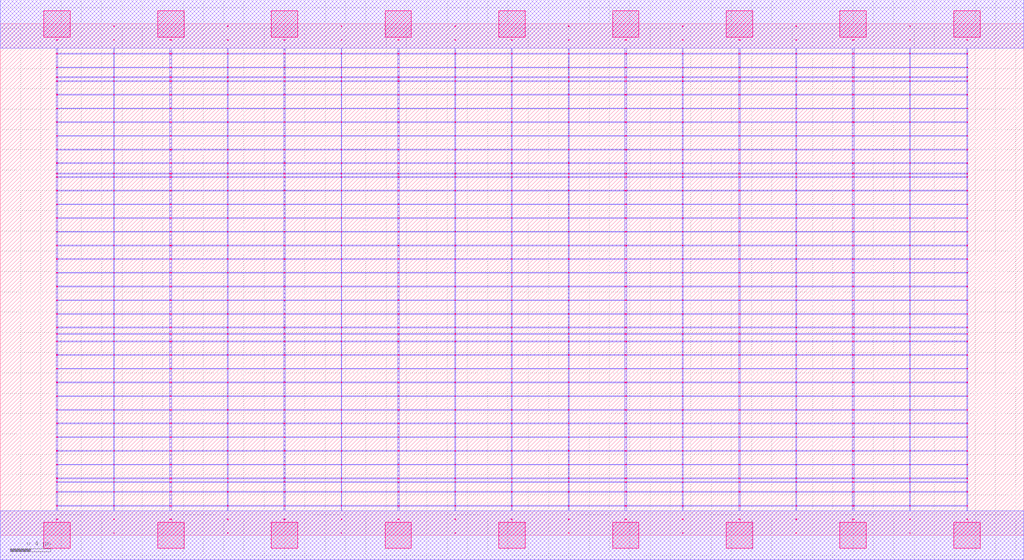
<source format=lef>
MACRO OAAOAI2131_DEBUG
 CLASS CORE ;
 FOREIGN OAAOAI2131_DEBUG 0 0 ;
 SIZE 10.08 BY 5.04 ;
 ORIGIN 0 0 ;
 SYMMETRY X Y R90 ;
 SITE unit ;

 OBS
    LAYER polycont ;
     RECT 5.03100000 2.58300000 5.04400000 2.59100000 ;
     RECT 5.03100000 2.71800000 5.04400000 2.72600000 ;
     RECT 5.03100000 2.85300000 5.04400000 2.86100000 ;
     RECT 5.03100000 2.98800000 5.04400000 2.99600000 ;
     RECT 7.27100000 2.58300000 7.28900000 2.59100000 ;
     RECT 7.83600000 2.58300000 7.84400000 2.59100000 ;
     RECT 8.39100000 2.58300000 8.40900000 2.59100000 ;
     RECT 8.95600000 2.58300000 8.96400000 2.59100000 ;
     RECT 9.51600000 2.58300000 9.52900000 2.59100000 ;
     RECT 5.59600000 2.58300000 5.60400000 2.59100000 ;
     RECT 5.59600000 2.71800000 5.60400000 2.72600000 ;
     RECT 6.15100000 2.71800000 6.16900000 2.72600000 ;
     RECT 6.71600000 2.71800000 6.72400000 2.72600000 ;
     RECT 7.27100000 2.71800000 7.28900000 2.72600000 ;
     RECT 7.83600000 2.71800000 7.84400000 2.72600000 ;
     RECT 8.39100000 2.71800000 8.40900000 2.72600000 ;
     RECT 8.95600000 2.71800000 8.96400000 2.72600000 ;
     RECT 9.51600000 2.71800000 9.52900000 2.72600000 ;
     RECT 6.15100000 2.58300000 6.16900000 2.59100000 ;
     RECT 5.59600000 2.85300000 5.60400000 2.86100000 ;
     RECT 6.15100000 2.85300000 6.16900000 2.86100000 ;
     RECT 6.71600000 2.85300000 6.72400000 2.86100000 ;
     RECT 7.27100000 2.85300000 7.28900000 2.86100000 ;
     RECT 7.83600000 2.85300000 7.84400000 2.86100000 ;
     RECT 8.39100000 2.85300000 8.40900000 2.86100000 ;
     RECT 8.95600000 2.85300000 8.96400000 2.86100000 ;
     RECT 9.51600000 2.85300000 9.52900000 2.86100000 ;
     RECT 6.71600000 2.58300000 6.72400000 2.59100000 ;
     RECT 5.59600000 2.98800000 5.60400000 2.99600000 ;
     RECT 6.15100000 2.98800000 6.16900000 2.99600000 ;
     RECT 6.71600000 2.98800000 6.72400000 2.99600000 ;
     RECT 7.27100000 2.98800000 7.28900000 2.99600000 ;
     RECT 7.83600000 2.98800000 7.84400000 2.99600000 ;
     RECT 8.39100000 2.98800000 8.40900000 2.99600000 ;
     RECT 8.95600000 2.98800000 8.96400000 2.99600000 ;
     RECT 9.51600000 2.98800000 9.52900000 2.99600000 ;
     RECT 1.67100000 2.85300000 1.68900000 2.86100000 ;
     RECT 2.23600000 2.85300000 2.24400000 2.86100000 ;
     RECT 2.79100000 2.85300000 2.80900000 2.86100000 ;
     RECT 3.35600000 2.85300000 3.36400000 2.86100000 ;
     RECT 3.91600000 2.85300000 3.92900000 2.86100000 ;
     RECT 4.47600000 2.85300000 4.48400000 2.86100000 ;
     RECT 1.11600000 2.71800000 1.12400000 2.72600000 ;
     RECT 1.67100000 2.71800000 1.68900000 2.72600000 ;
     RECT 2.23600000 2.71800000 2.24400000 2.72600000 ;
     RECT 2.79100000 2.71800000 2.80900000 2.72600000 ;
     RECT 3.35600000 2.71800000 3.36400000 2.72600000 ;
     RECT 3.91600000 2.71800000 3.92900000 2.72600000 ;
     RECT 4.47600000 2.71800000 4.48400000 2.72600000 ;
     RECT 1.11600000 2.58300000 1.12400000 2.59100000 ;
     RECT 1.67100000 2.58300000 1.68900000 2.59100000 ;
     RECT 0.55100000 2.98800000 0.56400000 2.99600000 ;
     RECT 1.11600000 2.98800000 1.12400000 2.99600000 ;
     RECT 1.67100000 2.98800000 1.68900000 2.99600000 ;
     RECT 2.23600000 2.98800000 2.24400000 2.99600000 ;
     RECT 2.79100000 2.98800000 2.80900000 2.99600000 ;
     RECT 3.35600000 2.98800000 3.36400000 2.99600000 ;
     RECT 3.91600000 2.98800000 3.92900000 2.99600000 ;
     RECT 4.47600000 2.98800000 4.48400000 2.99600000 ;
     RECT 2.23600000 2.58300000 2.24400000 2.59100000 ;
     RECT 2.79100000 2.58300000 2.80900000 2.59100000 ;
     RECT 3.35600000 2.58300000 3.36400000 2.59100000 ;
     RECT 3.91600000 2.58300000 3.92900000 2.59100000 ;
     RECT 4.47600000 2.58300000 4.48400000 2.59100000 ;
     RECT 0.55100000 2.58300000 0.56400000 2.59100000 ;
     RECT 0.55100000 2.71800000 0.56400000 2.72600000 ;
     RECT 0.55100000 2.85300000 0.56400000 2.86100000 ;
     RECT 1.11600000 2.85300000 1.12400000 2.86100000 ;
     RECT 4.47600000 3.12300000 4.48400000 3.13100000 ;
     RECT 4.47600000 3.25800000 4.48400000 3.26600000 ;
     RECT 4.47600000 3.39300000 4.48400000 3.40100000 ;
     RECT 4.47600000 3.52800000 4.48400000 3.53600000 ;
     RECT 4.47600000 3.56100000 4.48400000 3.56900000 ;
     RECT 4.47600000 3.66300000 4.48400000 3.67100000 ;
     RECT 4.47600000 3.79800000 4.48400000 3.80600000 ;
     RECT 4.47600000 3.93300000 4.48400000 3.94100000 ;
     RECT 4.47600000 4.06800000 4.48400000 4.07600000 ;
     RECT 4.47600000 4.20300000 4.48400000 4.21100000 ;
     RECT 4.47600000 4.33800000 4.48400000 4.34600000 ;
     RECT 4.47600000 4.47300000 4.48400000 4.48100000 ;
     RECT 4.47600000 4.51100000 4.48400000 4.51900000 ;
     RECT 4.47600000 4.60800000 4.48400000 4.61600000 ;
     RECT 4.47600000 4.74300000 4.48400000 4.75100000 ;
     RECT 4.47600000 4.87800000 4.48400000 4.88600000 ;
     RECT 4.47600000 0.55800000 4.48400000 0.56600000 ;
     RECT 4.47600000 0.69300000 4.48400000 0.70100000 ;
     RECT 4.47600000 0.82800000 4.48400000 0.83600000 ;
     RECT 4.47600000 0.96300000 4.48400000 0.97100000 ;
     RECT 4.47600000 1.09800000 4.48400000 1.10600000 ;
     RECT 4.47600000 1.23300000 4.48400000 1.24100000 ;
     RECT 4.47600000 1.36800000 4.48400000 1.37600000 ;
     RECT 4.47600000 1.50300000 4.48400000 1.51100000 ;
     RECT 4.47600000 1.63800000 4.48400000 1.64600000 ;
     RECT 4.47600000 1.77300000 4.48400000 1.78100000 ;
     RECT 4.47600000 1.90800000 4.48400000 1.91600000 ;
     RECT 4.47600000 1.98100000 4.48400000 1.98900000 ;
     RECT 4.47600000 2.04300000 4.48400000 2.05100000 ;
     RECT 4.47600000 2.17800000 4.48400000 2.18600000 ;
     RECT 4.47600000 2.31300000 4.48400000 2.32100000 ;
     RECT 4.47600000 2.44800000 4.48400000 2.45600000 ;
     RECT 4.47600000 0.15300000 4.48400000 0.16100000 ;
     RECT 4.47600000 0.28800000 4.48400000 0.29600000 ;
     RECT 4.47600000 0.42300000 4.48400000 0.43100000 ;
     RECT 4.47600000 0.52100000 4.48400000 0.52900000 ;

    LAYER pdiffc ;
     RECT 0.55100000 3.39300000 0.55900000 3.40100000 ;
     RECT 3.92100000 3.39300000 3.92900000 3.40100000 ;
     RECT 5.03100000 3.39300000 5.03900000 3.40100000 ;
     RECT 9.52100000 3.39300000 9.52900000 3.40100000 ;
     RECT 0.55100000 3.52800000 0.55900000 3.53600000 ;
     RECT 3.92100000 3.52800000 3.92900000 3.53600000 ;
     RECT 5.03100000 3.52800000 5.03900000 3.53600000 ;
     RECT 9.52100000 3.52800000 9.52900000 3.53600000 ;
     RECT 0.55100000 3.56100000 0.55900000 3.56900000 ;
     RECT 3.92100000 3.56100000 3.92900000 3.56900000 ;
     RECT 5.03100000 3.56100000 5.03900000 3.56900000 ;
     RECT 9.52100000 3.56100000 9.52900000 3.56900000 ;
     RECT 0.55100000 3.66300000 0.55900000 3.67100000 ;
     RECT 3.92100000 3.66300000 3.92900000 3.67100000 ;
     RECT 5.03100000 3.66300000 5.03900000 3.67100000 ;
     RECT 9.52100000 3.66300000 9.52900000 3.67100000 ;
     RECT 0.55100000 3.79800000 0.55900000 3.80600000 ;
     RECT 3.92100000 3.79800000 3.92900000 3.80600000 ;
     RECT 5.03100000 3.79800000 5.03900000 3.80600000 ;
     RECT 9.52100000 3.79800000 9.52900000 3.80600000 ;
     RECT 0.55100000 3.93300000 0.55900000 3.94100000 ;
     RECT 3.92100000 3.93300000 3.92900000 3.94100000 ;
     RECT 5.03100000 3.93300000 5.03900000 3.94100000 ;
     RECT 9.52100000 3.93300000 9.52900000 3.94100000 ;
     RECT 0.55100000 4.06800000 0.55900000 4.07600000 ;
     RECT 3.92100000 4.06800000 3.92900000 4.07600000 ;
     RECT 5.03100000 4.06800000 5.03900000 4.07600000 ;
     RECT 9.52100000 4.06800000 9.52900000 4.07600000 ;
     RECT 0.55100000 4.20300000 0.55900000 4.21100000 ;
     RECT 3.92100000 4.20300000 3.92900000 4.21100000 ;
     RECT 5.03100000 4.20300000 5.03900000 4.21100000 ;
     RECT 9.52100000 4.20300000 9.52900000 4.21100000 ;
     RECT 0.55100000 4.33800000 0.55900000 4.34600000 ;
     RECT 3.92100000 4.33800000 3.92900000 4.34600000 ;
     RECT 5.03100000 4.33800000 5.03900000 4.34600000 ;
     RECT 9.52100000 4.33800000 9.52900000 4.34600000 ;
     RECT 0.55100000 4.47300000 0.55900000 4.48100000 ;
     RECT 3.92100000 4.47300000 3.92900000 4.48100000 ;
     RECT 5.03100000 4.47300000 5.03900000 4.48100000 ;
     RECT 9.52100000 4.47300000 9.52900000 4.48100000 ;
     RECT 0.55100000 4.51100000 0.55900000 4.51900000 ;
     RECT 3.92100000 4.51100000 3.92900000 4.51900000 ;
     RECT 5.03100000 4.51100000 5.03900000 4.51900000 ;
     RECT 9.52100000 4.51100000 9.52900000 4.51900000 ;
     RECT 0.55100000 4.60800000 0.55900000 4.61600000 ;
     RECT 3.92100000 4.60800000 3.92900000 4.61600000 ;
     RECT 5.03100000 4.60800000 5.03900000 4.61600000 ;
     RECT 9.52100000 4.60800000 9.52900000 4.61600000 ;

    LAYER ndiffc ;
     RECT 5.03100000 0.42300000 5.04400000 0.43100000 ;
     RECT 5.03100000 0.52100000 5.04400000 0.52900000 ;
     RECT 5.03100000 0.55800000 5.04400000 0.56600000 ;
     RECT 5.03100000 0.69300000 5.04400000 0.70100000 ;
     RECT 5.03100000 0.82800000 5.04400000 0.83600000 ;
     RECT 5.03100000 0.96300000 5.04400000 0.97100000 ;
     RECT 5.03100000 1.09800000 5.04400000 1.10600000 ;
     RECT 5.03100000 1.23300000 5.04400000 1.24100000 ;
     RECT 5.03100000 1.36800000 5.04400000 1.37600000 ;
     RECT 5.03100000 1.50300000 5.04400000 1.51100000 ;
     RECT 5.03100000 1.63800000 5.04400000 1.64600000 ;
     RECT 5.03100000 1.77300000 5.04400000 1.78100000 ;
     RECT 5.03100000 1.90800000 5.04400000 1.91600000 ;
     RECT 5.03100000 1.98100000 5.04400000 1.98900000 ;
     RECT 5.03100000 2.04300000 5.04400000 2.05100000 ;
     RECT 8.39100000 0.42300000 8.40900000 0.43100000 ;
     RECT 6.15100000 0.69300000 6.16900000 0.70100000 ;
     RECT 7.27100000 0.69300000 7.28900000 0.70100000 ;
     RECT 8.39100000 0.69300000 8.40900000 0.70100000 ;
     RECT 9.51600000 0.69300000 9.52900000 0.70100000 ;
     RECT 9.51600000 0.42300000 9.52900000 0.43100000 ;
     RECT 6.15100000 0.82800000 6.16900000 0.83600000 ;
     RECT 7.27100000 0.82800000 7.28900000 0.83600000 ;
     RECT 8.39100000 0.82800000 8.40900000 0.83600000 ;
     RECT 9.51600000 0.82800000 9.52900000 0.83600000 ;
     RECT 6.15100000 0.42300000 6.16900000 0.43100000 ;
     RECT 6.15100000 0.96300000 6.16900000 0.97100000 ;
     RECT 7.27100000 0.96300000 7.28900000 0.97100000 ;
     RECT 8.39100000 0.96300000 8.40900000 0.97100000 ;
     RECT 9.51600000 0.96300000 9.52900000 0.97100000 ;
     RECT 6.15100000 0.52100000 6.16900000 0.52900000 ;
     RECT 6.15100000 1.09800000 6.16900000 1.10600000 ;
     RECT 7.27100000 1.09800000 7.28900000 1.10600000 ;
     RECT 8.39100000 1.09800000 8.40900000 1.10600000 ;
     RECT 9.51600000 1.09800000 9.52900000 1.10600000 ;
     RECT 7.27100000 0.52100000 7.28900000 0.52900000 ;
     RECT 6.15100000 1.23300000 6.16900000 1.24100000 ;
     RECT 7.27100000 1.23300000 7.28900000 1.24100000 ;
     RECT 8.39100000 1.23300000 8.40900000 1.24100000 ;
     RECT 9.51600000 1.23300000 9.52900000 1.24100000 ;
     RECT 8.39100000 0.52100000 8.40900000 0.52900000 ;
     RECT 6.15100000 1.36800000 6.16900000 1.37600000 ;
     RECT 7.27100000 1.36800000 7.28900000 1.37600000 ;
     RECT 8.39100000 1.36800000 8.40900000 1.37600000 ;
     RECT 9.51600000 1.36800000 9.52900000 1.37600000 ;
     RECT 9.51600000 0.52100000 9.52900000 0.52900000 ;
     RECT 6.15100000 1.50300000 6.16900000 1.51100000 ;
     RECT 7.27100000 1.50300000 7.28900000 1.51100000 ;
     RECT 8.39100000 1.50300000 8.40900000 1.51100000 ;
     RECT 9.51600000 1.50300000 9.52900000 1.51100000 ;
     RECT 7.27100000 0.42300000 7.28900000 0.43100000 ;
     RECT 6.15100000 1.63800000 6.16900000 1.64600000 ;
     RECT 7.27100000 1.63800000 7.28900000 1.64600000 ;
     RECT 8.39100000 1.63800000 8.40900000 1.64600000 ;
     RECT 9.51600000 1.63800000 9.52900000 1.64600000 ;
     RECT 6.15100000 0.55800000 6.16900000 0.56600000 ;
     RECT 6.15100000 1.77300000 6.16900000 1.78100000 ;
     RECT 7.27100000 1.77300000 7.28900000 1.78100000 ;
     RECT 8.39100000 1.77300000 8.40900000 1.78100000 ;
     RECT 9.51600000 1.77300000 9.52900000 1.78100000 ;
     RECT 7.27100000 0.55800000 7.28900000 0.56600000 ;
     RECT 6.15100000 1.90800000 6.16900000 1.91600000 ;
     RECT 7.27100000 1.90800000 7.28900000 1.91600000 ;
     RECT 8.39100000 1.90800000 8.40900000 1.91600000 ;
     RECT 9.51600000 1.90800000 9.52900000 1.91600000 ;
     RECT 8.39100000 0.55800000 8.40900000 0.56600000 ;
     RECT 6.15100000 1.98100000 6.16900000 1.98900000 ;
     RECT 7.27100000 1.98100000 7.28900000 1.98900000 ;
     RECT 8.39100000 1.98100000 8.40900000 1.98900000 ;
     RECT 9.51600000 1.98100000 9.52900000 1.98900000 ;
     RECT 9.51600000 0.55800000 9.52900000 0.56600000 ;
     RECT 6.15100000 2.04300000 6.16900000 2.05100000 ;
     RECT 7.27100000 2.04300000 7.28900000 2.05100000 ;
     RECT 8.39100000 2.04300000 8.40900000 2.05100000 ;
     RECT 9.51600000 2.04300000 9.52900000 2.05100000 ;
     RECT 3.91600000 1.36800000 3.92900000 1.37600000 ;
     RECT 2.79100000 0.55800000 2.80900000 0.56600000 ;
     RECT 3.91600000 0.55800000 3.92900000 0.56600000 ;
     RECT 1.67100000 0.52100000 1.68900000 0.52900000 ;
     RECT 2.79100000 0.52100000 2.80900000 0.52900000 ;
     RECT 3.91600000 0.52100000 3.92900000 0.52900000 ;
     RECT 0.55100000 1.50300000 0.56400000 1.51100000 ;
     RECT 1.67100000 1.50300000 1.68900000 1.51100000 ;
     RECT 2.79100000 1.50300000 2.80900000 1.51100000 ;
     RECT 3.91600000 1.50300000 3.92900000 1.51100000 ;
     RECT 0.55100000 0.96300000 0.56400000 0.97100000 ;
     RECT 1.67100000 0.96300000 1.68900000 0.97100000 ;
     RECT 2.79100000 0.96300000 2.80900000 0.97100000 ;
     RECT 3.91600000 0.96300000 3.92900000 0.97100000 ;
     RECT 1.67100000 0.42300000 1.68900000 0.43100000 ;
     RECT 0.55100000 1.63800000 0.56400000 1.64600000 ;
     RECT 1.67100000 1.63800000 1.68900000 1.64600000 ;
     RECT 2.79100000 1.63800000 2.80900000 1.64600000 ;
     RECT 3.91600000 1.63800000 3.92900000 1.64600000 ;
     RECT 2.79100000 0.42300000 2.80900000 0.43100000 ;
     RECT 0.55100000 0.69300000 0.56400000 0.70100000 ;
     RECT 1.67100000 0.69300000 1.68900000 0.70100000 ;
     RECT 2.79100000 0.69300000 2.80900000 0.70100000 ;
     RECT 0.55100000 1.09800000 0.56400000 1.10600000 ;
     RECT 0.55100000 1.77300000 0.56400000 1.78100000 ;
     RECT 1.67100000 1.77300000 1.68900000 1.78100000 ;
     RECT 2.79100000 1.77300000 2.80900000 1.78100000 ;
     RECT 3.91600000 1.77300000 3.92900000 1.78100000 ;
     RECT 1.67100000 1.09800000 1.68900000 1.10600000 ;
     RECT 2.79100000 1.09800000 2.80900000 1.10600000 ;
     RECT 3.91600000 1.09800000 3.92900000 1.10600000 ;
     RECT 3.91600000 0.69300000 3.92900000 0.70100000 ;
     RECT 3.91600000 0.42300000 3.92900000 0.43100000 ;
     RECT 0.55100000 1.90800000 0.56400000 1.91600000 ;
     RECT 1.67100000 1.90800000 1.68900000 1.91600000 ;
     RECT 2.79100000 1.90800000 2.80900000 1.91600000 ;
     RECT 3.91600000 1.90800000 3.92900000 1.91600000 ;
     RECT 0.55100000 0.42300000 0.56400000 0.43100000 ;
     RECT 0.55100000 0.52100000 0.56400000 0.52900000 ;
     RECT 0.55100000 0.55800000 0.56400000 0.56600000 ;
     RECT 0.55100000 1.23300000 0.56400000 1.24100000 ;
     RECT 1.67100000 1.23300000 1.68900000 1.24100000 ;
     RECT 0.55100000 1.98100000 0.56400000 1.98900000 ;
     RECT 1.67100000 1.98100000 1.68900000 1.98900000 ;
     RECT 2.79100000 1.98100000 2.80900000 1.98900000 ;
     RECT 3.91600000 1.98100000 3.92900000 1.98900000 ;
     RECT 2.79100000 1.23300000 2.80900000 1.24100000 ;
     RECT 3.91600000 1.23300000 3.92900000 1.24100000 ;
     RECT 1.67100000 0.55800000 1.68900000 0.56600000 ;
     RECT 0.55100000 0.82800000 0.56400000 0.83600000 ;
     RECT 1.67100000 0.82800000 1.68900000 0.83600000 ;
     RECT 0.55100000 2.04300000 0.56400000 2.05100000 ;
     RECT 1.67100000 2.04300000 1.68900000 2.05100000 ;
     RECT 2.79100000 2.04300000 2.80900000 2.05100000 ;
     RECT 3.91600000 2.04300000 3.92900000 2.05100000 ;
     RECT 2.79100000 0.82800000 2.80900000 0.83600000 ;
     RECT 3.91600000 0.82800000 3.92900000 0.83600000 ;
     RECT 0.55100000 1.36800000 0.56400000 1.37600000 ;
     RECT 1.67100000 1.36800000 1.68900000 1.37600000 ;
     RECT 2.79100000 1.36800000 2.80900000 1.37600000 ;

    LAYER met1 ;
     RECT 0.00000000 -0.24000000 10.08000000 0.24000000 ;
     RECT 5.03100000 0.24000000 5.04400000 0.28800000 ;
     RECT 0.55100000 0.28800000 9.52900000 0.29600000 ;
     RECT 5.03100000 0.29600000 5.04400000 0.42300000 ;
     RECT 0.55100000 0.42300000 9.52900000 0.43100000 ;
     RECT 5.03100000 0.43100000 5.04400000 0.52100000 ;
     RECT 0.55100000 0.52100000 9.52900000 0.52900000 ;
     RECT 5.03100000 0.52900000 5.04400000 0.55800000 ;
     RECT 0.55100000 0.55800000 9.52900000 0.56600000 ;
     RECT 5.03100000 0.56600000 5.04400000 0.69300000 ;
     RECT 0.55100000 0.69300000 9.52900000 0.70100000 ;
     RECT 5.03100000 0.70100000 5.04400000 0.82800000 ;
     RECT 0.55100000 0.82800000 9.52900000 0.83600000 ;
     RECT 5.03100000 0.83600000 5.04400000 0.96300000 ;
     RECT 0.55100000 0.96300000 9.52900000 0.97100000 ;
     RECT 5.03100000 0.97100000 5.04400000 1.09800000 ;
     RECT 0.55100000 1.09800000 9.52900000 1.10600000 ;
     RECT 5.03100000 1.10600000 5.04400000 1.23300000 ;
     RECT 0.55100000 1.23300000 9.52900000 1.24100000 ;
     RECT 5.03100000 1.24100000 5.04400000 1.36800000 ;
     RECT 0.55100000 1.36800000 9.52900000 1.37600000 ;
     RECT 5.03100000 1.37600000 5.04400000 1.50300000 ;
     RECT 0.55100000 1.50300000 9.52900000 1.51100000 ;
     RECT 5.03100000 1.51100000 5.04400000 1.63800000 ;
     RECT 0.55100000 1.63800000 9.52900000 1.64600000 ;
     RECT 5.03100000 1.64600000 5.04400000 1.77300000 ;
     RECT 0.55100000 1.77300000 9.52900000 1.78100000 ;
     RECT 5.03100000 1.78100000 5.04400000 1.90800000 ;
     RECT 0.55100000 1.90800000 9.52900000 1.91600000 ;
     RECT 5.03100000 1.91600000 5.04400000 1.98100000 ;
     RECT 0.55100000 1.98100000 9.52900000 1.98900000 ;
     RECT 5.03100000 1.98900000 5.04400000 2.04300000 ;
     RECT 0.55100000 2.04300000 9.52900000 2.05100000 ;
     RECT 5.03100000 2.05100000 5.04400000 2.17800000 ;
     RECT 0.55100000 2.17800000 9.52900000 2.18600000 ;
     RECT 5.03100000 2.18600000 5.04400000 2.31300000 ;
     RECT 0.55100000 2.31300000 9.52900000 2.32100000 ;
     RECT 5.03100000 2.32100000 5.04400000 2.44800000 ;
     RECT 0.55100000 2.44800000 9.52900000 2.45600000 ;
     RECT 0.55100000 2.45600000 0.56400000 2.58300000 ;
     RECT 1.11600000 2.45600000 1.12400000 2.58300000 ;
     RECT 1.67100000 2.45600000 1.68900000 2.58300000 ;
     RECT 2.23600000 2.45600000 2.24400000 2.58300000 ;
     RECT 2.79100000 2.45600000 2.80900000 2.58300000 ;
     RECT 3.35600000 2.45600000 3.36400000 2.58300000 ;
     RECT 3.91600000 2.45600000 3.92900000 2.58300000 ;
     RECT 4.47600000 2.45600000 4.48400000 2.58300000 ;
     RECT 5.03100000 2.45600000 5.04400000 2.58300000 ;
     RECT 5.59600000 2.45600000 5.60400000 2.58300000 ;
     RECT 6.15100000 2.45600000 6.16900000 2.58300000 ;
     RECT 6.71600000 2.45600000 6.72400000 2.58300000 ;
     RECT 7.27100000 2.45600000 7.28900000 2.58300000 ;
     RECT 7.83600000 2.45600000 7.84400000 2.58300000 ;
     RECT 8.39100000 2.45600000 8.40900000 2.58300000 ;
     RECT 8.95600000 2.45600000 8.96400000 2.58300000 ;
     RECT 9.51600000 2.45600000 9.52900000 2.58300000 ;
     RECT 0.55100000 2.58300000 9.52900000 2.59100000 ;
     RECT 5.03100000 2.59100000 5.04400000 2.71800000 ;
     RECT 0.55100000 2.71800000 9.52900000 2.72600000 ;
     RECT 5.03100000 2.72600000 5.04400000 2.85300000 ;
     RECT 0.55100000 2.85300000 9.52900000 2.86100000 ;
     RECT 5.03100000 2.86100000 5.04400000 2.98800000 ;
     RECT 0.55100000 2.98800000 9.52900000 2.99600000 ;
     RECT 5.03100000 2.99600000 5.04400000 3.12300000 ;
     RECT 0.55100000 3.12300000 9.52900000 3.13100000 ;
     RECT 5.03100000 3.13100000 5.04400000 3.25800000 ;
     RECT 0.55100000 3.25800000 9.52900000 3.26600000 ;
     RECT 5.03100000 3.26600000 5.04400000 3.39300000 ;
     RECT 0.55100000 3.39300000 9.52900000 3.40100000 ;
     RECT 5.03100000 3.40100000 5.04400000 3.52800000 ;
     RECT 0.55100000 3.52800000 9.52900000 3.53600000 ;
     RECT 5.03100000 3.53600000 5.04400000 3.56100000 ;
     RECT 0.55100000 3.56100000 9.52900000 3.56900000 ;
     RECT 5.03100000 3.56900000 5.04400000 3.66300000 ;
     RECT 0.55100000 3.66300000 9.52900000 3.67100000 ;
     RECT 5.03100000 3.67100000 5.04400000 3.79800000 ;
     RECT 0.55100000 3.79800000 9.52900000 3.80600000 ;
     RECT 5.03100000 3.80600000 5.04400000 3.93300000 ;
     RECT 0.55100000 3.93300000 9.52900000 3.94100000 ;
     RECT 5.03100000 3.94100000 5.04400000 4.06800000 ;
     RECT 0.55100000 4.06800000 9.52900000 4.07600000 ;
     RECT 5.03100000 4.07600000 5.04400000 4.20300000 ;
     RECT 0.55100000 4.20300000 9.52900000 4.21100000 ;
     RECT 5.03100000 4.21100000 5.04400000 4.33800000 ;
     RECT 0.55100000 4.33800000 9.52900000 4.34600000 ;
     RECT 5.03100000 4.34600000 5.04400000 4.47300000 ;
     RECT 0.55100000 4.47300000 9.52900000 4.48100000 ;
     RECT 5.03100000 4.48100000 5.04400000 4.51100000 ;
     RECT 0.55100000 4.51100000 9.52900000 4.51900000 ;
     RECT 5.03100000 4.51900000 5.04400000 4.60800000 ;
     RECT 0.55100000 4.60800000 9.52900000 4.61600000 ;
     RECT 5.03100000 4.61600000 5.04400000 4.74300000 ;
     RECT 0.55100000 4.74300000 9.52900000 4.75100000 ;
     RECT 5.03100000 4.75100000 5.04400000 4.80000000 ;
     RECT 0.00000000 4.80000000 10.08000000 5.28000000 ;
     RECT 5.59600000 3.80600000 5.60400000 3.93300000 ;
     RECT 6.15100000 3.80600000 6.16900000 3.93300000 ;
     RECT 6.71600000 3.80600000 6.72400000 3.93300000 ;
     RECT 7.27100000 3.80600000 7.28900000 3.93300000 ;
     RECT 7.83600000 3.80600000 7.84400000 3.93300000 ;
     RECT 8.39100000 3.80600000 8.40900000 3.93300000 ;
     RECT 8.95600000 3.80600000 8.96400000 3.93300000 ;
     RECT 9.51600000 3.80600000 9.52900000 3.93300000 ;
     RECT 7.83600000 3.94100000 7.84400000 4.06800000 ;
     RECT 8.39100000 3.94100000 8.40900000 4.06800000 ;
     RECT 8.95600000 3.94100000 8.96400000 4.06800000 ;
     RECT 9.51600000 3.94100000 9.52900000 4.06800000 ;
     RECT 7.83600000 4.07600000 7.84400000 4.20300000 ;
     RECT 8.39100000 4.07600000 8.40900000 4.20300000 ;
     RECT 8.95600000 4.07600000 8.96400000 4.20300000 ;
     RECT 9.51600000 4.07600000 9.52900000 4.20300000 ;
     RECT 7.83600000 4.21100000 7.84400000 4.33800000 ;
     RECT 8.39100000 4.21100000 8.40900000 4.33800000 ;
     RECT 8.95600000 4.21100000 8.96400000 4.33800000 ;
     RECT 9.51600000 4.21100000 9.52900000 4.33800000 ;
     RECT 7.83600000 4.34600000 7.84400000 4.47300000 ;
     RECT 8.39100000 4.34600000 8.40900000 4.47300000 ;
     RECT 8.95600000 4.34600000 8.96400000 4.47300000 ;
     RECT 9.51600000 4.34600000 9.52900000 4.47300000 ;
     RECT 7.83600000 4.48100000 7.84400000 4.51100000 ;
     RECT 8.39100000 4.48100000 8.40900000 4.51100000 ;
     RECT 8.95600000 4.48100000 8.96400000 4.51100000 ;
     RECT 9.51600000 4.48100000 9.52900000 4.51100000 ;
     RECT 7.83600000 4.51900000 7.84400000 4.60800000 ;
     RECT 8.39100000 4.51900000 8.40900000 4.60800000 ;
     RECT 8.95600000 4.51900000 8.96400000 4.60800000 ;
     RECT 9.51600000 4.51900000 9.52900000 4.60800000 ;
     RECT 7.83600000 4.61600000 7.84400000 4.74300000 ;
     RECT 8.39100000 4.61600000 8.40900000 4.74300000 ;
     RECT 8.95600000 4.61600000 8.96400000 4.74300000 ;
     RECT 9.51600000 4.61600000 9.52900000 4.74300000 ;
     RECT 7.83600000 4.75100000 7.84400000 4.80000000 ;
     RECT 8.39100000 4.75100000 8.40900000 4.80000000 ;
     RECT 8.95600000 4.75100000 8.96400000 4.80000000 ;
     RECT 9.51600000 4.75100000 9.52900000 4.80000000 ;
     RECT 5.59600000 4.48100000 5.60400000 4.51100000 ;
     RECT 6.15100000 4.48100000 6.16900000 4.51100000 ;
     RECT 6.71600000 4.48100000 6.72400000 4.51100000 ;
     RECT 7.27100000 4.48100000 7.28900000 4.51100000 ;
     RECT 5.59600000 4.21100000 5.60400000 4.33800000 ;
     RECT 6.15100000 4.21100000 6.16900000 4.33800000 ;
     RECT 6.71600000 4.21100000 6.72400000 4.33800000 ;
     RECT 7.27100000 4.21100000 7.28900000 4.33800000 ;
     RECT 5.59600000 4.51900000 5.60400000 4.60800000 ;
     RECT 6.15100000 4.51900000 6.16900000 4.60800000 ;
     RECT 6.71600000 4.51900000 6.72400000 4.60800000 ;
     RECT 7.27100000 4.51900000 7.28900000 4.60800000 ;
     RECT 5.59600000 4.07600000 5.60400000 4.20300000 ;
     RECT 6.15100000 4.07600000 6.16900000 4.20300000 ;
     RECT 6.71600000 4.07600000 6.72400000 4.20300000 ;
     RECT 7.27100000 4.07600000 7.28900000 4.20300000 ;
     RECT 5.59600000 4.61600000 5.60400000 4.74300000 ;
     RECT 6.15100000 4.61600000 6.16900000 4.74300000 ;
     RECT 6.71600000 4.61600000 6.72400000 4.74300000 ;
     RECT 7.27100000 4.61600000 7.28900000 4.74300000 ;
     RECT 5.59600000 4.34600000 5.60400000 4.47300000 ;
     RECT 6.15100000 4.34600000 6.16900000 4.47300000 ;
     RECT 6.71600000 4.34600000 6.72400000 4.47300000 ;
     RECT 7.27100000 4.34600000 7.28900000 4.47300000 ;
     RECT 5.59600000 4.75100000 5.60400000 4.80000000 ;
     RECT 6.15100000 4.75100000 6.16900000 4.80000000 ;
     RECT 6.71600000 4.75100000 6.72400000 4.80000000 ;
     RECT 7.27100000 4.75100000 7.28900000 4.80000000 ;
     RECT 5.59600000 3.94100000 5.60400000 4.06800000 ;
     RECT 6.15100000 3.94100000 6.16900000 4.06800000 ;
     RECT 6.71600000 3.94100000 6.72400000 4.06800000 ;
     RECT 7.27100000 3.94100000 7.28900000 4.06800000 ;
     RECT 5.59600000 2.59100000 5.60400000 2.71800000 ;
     RECT 6.15100000 2.59100000 6.16900000 2.71800000 ;
     RECT 5.59600000 3.26600000 5.60400000 3.39300000 ;
     RECT 6.15100000 3.26600000 6.16900000 3.39300000 ;
     RECT 5.59600000 2.86100000 5.60400000 2.98800000 ;
     RECT 6.15100000 2.86100000 6.16900000 2.98800000 ;
     RECT 6.71600000 3.26600000 6.72400000 3.39300000 ;
     RECT 7.27100000 3.26600000 7.28900000 3.39300000 ;
     RECT 5.59600000 2.72600000 5.60400000 2.85300000 ;
     RECT 6.15100000 2.72600000 6.16900000 2.85300000 ;
     RECT 5.59600000 3.40100000 5.60400000 3.52800000 ;
     RECT 6.15100000 3.40100000 6.16900000 3.52800000 ;
     RECT 5.59600000 2.99600000 5.60400000 3.12300000 ;
     RECT 6.15100000 2.99600000 6.16900000 3.12300000 ;
     RECT 6.71600000 3.40100000 6.72400000 3.52800000 ;
     RECT 7.27100000 3.40100000 7.28900000 3.52800000 ;
     RECT 6.71600000 2.86100000 6.72400000 2.98800000 ;
     RECT 7.27100000 2.86100000 7.28900000 2.98800000 ;
     RECT 6.71600000 2.72600000 6.72400000 2.85300000 ;
     RECT 7.27100000 2.72600000 7.28900000 2.85300000 ;
     RECT 5.59600000 3.53600000 5.60400000 3.56100000 ;
     RECT 6.15100000 3.53600000 6.16900000 3.56100000 ;
     RECT 6.71600000 2.99600000 6.72400000 3.12300000 ;
     RECT 7.27100000 2.99600000 7.28900000 3.12300000 ;
     RECT 6.71600000 3.53600000 6.72400000 3.56100000 ;
     RECT 7.27100000 3.53600000 7.28900000 3.56100000 ;
     RECT 5.59600000 3.56900000 5.60400000 3.66300000 ;
     RECT 6.15100000 3.56900000 6.16900000 3.66300000 ;
     RECT 6.71600000 3.56900000 6.72400000 3.66300000 ;
     RECT 7.27100000 3.56900000 7.28900000 3.66300000 ;
     RECT 5.59600000 3.67100000 5.60400000 3.79800000 ;
     RECT 6.15100000 3.67100000 6.16900000 3.79800000 ;
     RECT 6.71600000 3.67100000 6.72400000 3.79800000 ;
     RECT 7.27100000 3.67100000 7.28900000 3.79800000 ;
     RECT 6.71600000 2.59100000 6.72400000 2.71800000 ;
     RECT 7.27100000 2.59100000 7.28900000 2.71800000 ;
     RECT 5.59600000 3.13100000 5.60400000 3.25800000 ;
     RECT 6.15100000 3.13100000 6.16900000 3.25800000 ;
     RECT 6.71600000 3.13100000 6.72400000 3.25800000 ;
     RECT 7.27100000 3.13100000 7.28900000 3.25800000 ;
     RECT 8.39100000 2.59100000 8.40900000 2.71800000 ;
     RECT 9.51600000 2.99600000 9.52900000 3.12300000 ;
     RECT 7.83600000 3.13100000 7.84400000 3.25800000 ;
     RECT 7.83600000 3.56900000 7.84400000 3.66300000 ;
     RECT 8.39100000 3.56900000 8.40900000 3.66300000 ;
     RECT 8.95600000 3.56900000 8.96400000 3.66300000 ;
     RECT 9.51600000 3.56900000 9.52900000 3.66300000 ;
     RECT 8.95600000 2.72600000 8.96400000 2.85300000 ;
     RECT 9.51600000 2.72600000 9.52900000 2.85300000 ;
     RECT 8.39100000 3.13100000 8.40900000 3.25800000 ;
     RECT 7.83600000 3.40100000 7.84400000 3.52800000 ;
     RECT 8.39100000 3.40100000 8.40900000 3.52800000 ;
     RECT 8.95600000 3.40100000 8.96400000 3.52800000 ;
     RECT 7.83600000 3.67100000 7.84400000 3.79800000 ;
     RECT 8.39100000 3.67100000 8.40900000 3.79800000 ;
     RECT 8.95600000 3.67100000 8.96400000 3.79800000 ;
     RECT 7.83600000 2.86100000 7.84400000 2.98800000 ;
     RECT 8.39100000 2.86100000 8.40900000 2.98800000 ;
     RECT 9.51600000 3.67100000 9.52900000 3.79800000 ;
     RECT 9.51600000 3.40100000 9.52900000 3.52800000 ;
     RECT 8.95600000 3.13100000 8.96400000 3.25800000 ;
     RECT 7.83600000 3.26600000 7.84400000 3.39300000 ;
     RECT 8.39100000 3.26600000 8.40900000 3.39300000 ;
     RECT 8.95600000 3.26600000 8.96400000 3.39300000 ;
     RECT 9.51600000 3.26600000 9.52900000 3.39300000 ;
     RECT 9.51600000 3.13100000 9.52900000 3.25800000 ;
     RECT 8.95600000 2.86100000 8.96400000 2.98800000 ;
     RECT 9.51600000 2.86100000 9.52900000 2.98800000 ;
     RECT 7.83600000 3.53600000 7.84400000 3.56100000 ;
     RECT 7.83600000 2.99600000 7.84400000 3.12300000 ;
     RECT 8.39100000 2.99600000 8.40900000 3.12300000 ;
     RECT 8.39100000 3.53600000 8.40900000 3.56100000 ;
     RECT 8.95600000 3.53600000 8.96400000 3.56100000 ;
     RECT 9.51600000 3.53600000 9.52900000 3.56100000 ;
     RECT 7.83600000 2.72600000 7.84400000 2.85300000 ;
     RECT 8.39100000 2.72600000 8.40900000 2.85300000 ;
     RECT 8.95600000 2.59100000 8.96400000 2.71800000 ;
     RECT 9.51600000 2.59100000 9.52900000 2.71800000 ;
     RECT 7.83600000 2.59100000 7.84400000 2.71800000 ;
     RECT 8.95600000 2.99600000 8.96400000 3.12300000 ;
     RECT 0.55100000 3.80600000 0.56400000 3.93300000 ;
     RECT 1.11600000 3.80600000 1.12400000 3.93300000 ;
     RECT 1.67100000 3.80600000 1.68900000 3.93300000 ;
     RECT 2.23600000 3.80600000 2.24400000 3.93300000 ;
     RECT 2.79100000 3.80600000 2.80900000 3.93300000 ;
     RECT 3.35600000 3.80600000 3.36400000 3.93300000 ;
     RECT 3.91600000 3.80600000 3.92900000 3.93300000 ;
     RECT 4.47600000 3.80600000 4.48400000 3.93300000 ;
     RECT 2.79100000 4.21100000 2.80900000 4.33800000 ;
     RECT 3.35600000 4.21100000 3.36400000 4.33800000 ;
     RECT 3.91600000 4.21100000 3.92900000 4.33800000 ;
     RECT 4.47600000 4.21100000 4.48400000 4.33800000 ;
     RECT 2.79100000 4.34600000 2.80900000 4.47300000 ;
     RECT 3.35600000 4.34600000 3.36400000 4.47300000 ;
     RECT 3.91600000 4.34600000 3.92900000 4.47300000 ;
     RECT 4.47600000 4.34600000 4.48400000 4.47300000 ;
     RECT 2.79100000 4.48100000 2.80900000 4.51100000 ;
     RECT 3.35600000 4.48100000 3.36400000 4.51100000 ;
     RECT 3.91600000 4.48100000 3.92900000 4.51100000 ;
     RECT 4.47600000 4.48100000 4.48400000 4.51100000 ;
     RECT 2.79100000 4.51900000 2.80900000 4.60800000 ;
     RECT 3.35600000 4.51900000 3.36400000 4.60800000 ;
     RECT 3.91600000 4.51900000 3.92900000 4.60800000 ;
     RECT 4.47600000 4.51900000 4.48400000 4.60800000 ;
     RECT 2.79100000 4.61600000 2.80900000 4.74300000 ;
     RECT 3.35600000 4.61600000 3.36400000 4.74300000 ;
     RECT 3.91600000 4.61600000 3.92900000 4.74300000 ;
     RECT 4.47600000 4.61600000 4.48400000 4.74300000 ;
     RECT 2.79100000 4.75100000 2.80900000 4.80000000 ;
     RECT 3.35600000 4.75100000 3.36400000 4.80000000 ;
     RECT 3.91600000 4.75100000 3.92900000 4.80000000 ;
     RECT 4.47600000 4.75100000 4.48400000 4.80000000 ;
     RECT 2.79100000 3.94100000 2.80900000 4.06800000 ;
     RECT 3.35600000 3.94100000 3.36400000 4.06800000 ;
     RECT 3.91600000 3.94100000 3.92900000 4.06800000 ;
     RECT 4.47600000 3.94100000 4.48400000 4.06800000 ;
     RECT 2.79100000 4.07600000 2.80900000 4.20300000 ;
     RECT 3.35600000 4.07600000 3.36400000 4.20300000 ;
     RECT 3.91600000 4.07600000 3.92900000 4.20300000 ;
     RECT 4.47600000 4.07600000 4.48400000 4.20300000 ;
     RECT 0.55100000 4.51900000 0.56400000 4.60800000 ;
     RECT 1.11600000 4.51900000 1.12400000 4.60800000 ;
     RECT 1.67100000 4.51900000 1.68900000 4.60800000 ;
     RECT 2.23600000 4.51900000 2.24400000 4.60800000 ;
     RECT 0.55100000 4.07600000 0.56400000 4.20300000 ;
     RECT 1.11600000 4.07600000 1.12400000 4.20300000 ;
     RECT 1.67100000 4.07600000 1.68900000 4.20300000 ;
     RECT 2.23600000 4.07600000 2.24400000 4.20300000 ;
     RECT 0.55100000 4.61600000 0.56400000 4.74300000 ;
     RECT 1.11600000 4.61600000 1.12400000 4.74300000 ;
     RECT 1.67100000 4.61600000 1.68900000 4.74300000 ;
     RECT 2.23600000 4.61600000 2.24400000 4.74300000 ;
     RECT 0.55100000 4.34600000 0.56400000 4.47300000 ;
     RECT 1.11600000 4.34600000 1.12400000 4.47300000 ;
     RECT 1.67100000 4.34600000 1.68900000 4.47300000 ;
     RECT 2.23600000 4.34600000 2.24400000 4.47300000 ;
     RECT 0.55100000 4.75100000 0.56400000 4.80000000 ;
     RECT 1.11600000 4.75100000 1.12400000 4.80000000 ;
     RECT 1.67100000 4.75100000 1.68900000 4.80000000 ;
     RECT 2.23600000 4.75100000 2.24400000 4.80000000 ;
     RECT 0.55100000 3.94100000 0.56400000 4.06800000 ;
     RECT 1.11600000 3.94100000 1.12400000 4.06800000 ;
     RECT 1.67100000 3.94100000 1.68900000 4.06800000 ;
     RECT 2.23600000 3.94100000 2.24400000 4.06800000 ;
     RECT 0.55100000 4.48100000 0.56400000 4.51100000 ;
     RECT 1.11600000 4.48100000 1.12400000 4.51100000 ;
     RECT 1.67100000 4.48100000 1.68900000 4.51100000 ;
     RECT 2.23600000 4.48100000 2.24400000 4.51100000 ;
     RECT 0.55100000 4.21100000 0.56400000 4.33800000 ;
     RECT 1.11600000 4.21100000 1.12400000 4.33800000 ;
     RECT 1.67100000 4.21100000 1.68900000 4.33800000 ;
     RECT 2.23600000 4.21100000 2.24400000 4.33800000 ;
     RECT 1.67100000 2.86100000 1.68900000 2.98800000 ;
     RECT 2.23600000 2.86100000 2.24400000 2.98800000 ;
     RECT 0.55100000 3.13100000 0.56400000 3.25800000 ;
     RECT 1.11600000 3.13100000 1.12400000 3.25800000 ;
     RECT 1.67100000 3.13100000 1.68900000 3.25800000 ;
     RECT 2.23600000 3.13100000 2.24400000 3.25800000 ;
     RECT 0.55100000 3.67100000 0.56400000 3.79800000 ;
     RECT 1.11600000 3.67100000 1.12400000 3.79800000 ;
     RECT 1.67100000 3.67100000 1.68900000 3.79800000 ;
     RECT 2.23600000 3.67100000 2.24400000 3.79800000 ;
     RECT 0.55100000 2.59100000 0.56400000 2.71800000 ;
     RECT 1.11600000 2.59100000 1.12400000 2.71800000 ;
     RECT 0.55100000 2.72600000 0.56400000 2.85300000 ;
     RECT 1.11600000 2.72600000 1.12400000 2.85300000 ;
     RECT 0.55100000 2.86100000 0.56400000 2.98800000 ;
     RECT 1.11600000 2.86100000 1.12400000 2.98800000 ;
     RECT 0.55100000 3.53600000 0.56400000 3.56100000 ;
     RECT 1.11600000 3.53600000 1.12400000 3.56100000 ;
     RECT 0.55100000 3.26600000 0.56400000 3.39300000 ;
     RECT 1.11600000 3.26600000 1.12400000 3.39300000 ;
     RECT 1.67100000 3.26600000 1.68900000 3.39300000 ;
     RECT 2.23600000 3.26600000 2.24400000 3.39300000 ;
     RECT 1.67100000 2.59100000 1.68900000 2.71800000 ;
     RECT 2.23600000 2.59100000 2.24400000 2.71800000 ;
     RECT 0.55100000 3.56900000 0.56400000 3.66300000 ;
     RECT 1.11600000 3.56900000 1.12400000 3.66300000 ;
     RECT 1.67100000 3.56900000 1.68900000 3.66300000 ;
     RECT 2.23600000 3.56900000 2.24400000 3.66300000 ;
     RECT 1.67100000 3.53600000 1.68900000 3.56100000 ;
     RECT 2.23600000 3.53600000 2.24400000 3.56100000 ;
     RECT 1.67100000 2.99600000 1.68900000 3.12300000 ;
     RECT 2.23600000 2.99600000 2.24400000 3.12300000 ;
     RECT 0.55100000 3.40100000 0.56400000 3.52800000 ;
     RECT 1.11600000 3.40100000 1.12400000 3.52800000 ;
     RECT 0.55100000 2.99600000 0.56400000 3.12300000 ;
     RECT 1.11600000 2.99600000 1.12400000 3.12300000 ;
     RECT 1.67100000 2.72600000 1.68900000 2.85300000 ;
     RECT 2.23600000 2.72600000 2.24400000 2.85300000 ;
     RECT 1.67100000 3.40100000 1.68900000 3.52800000 ;
     RECT 2.23600000 3.40100000 2.24400000 3.52800000 ;
     RECT 2.79100000 3.67100000 2.80900000 3.79800000 ;
     RECT 3.35600000 3.67100000 3.36400000 3.79800000 ;
     RECT 3.91600000 3.67100000 3.92900000 3.79800000 ;
     RECT 4.47600000 3.67100000 4.48400000 3.79800000 ;
     RECT 2.79100000 3.40100000 2.80900000 3.52800000 ;
     RECT 3.35600000 3.40100000 3.36400000 3.52800000 ;
     RECT 3.91600000 3.40100000 3.92900000 3.52800000 ;
     RECT 4.47600000 3.40100000 4.48400000 3.52800000 ;
     RECT 2.79100000 3.53600000 2.80900000 3.56100000 ;
     RECT 3.35600000 3.53600000 3.36400000 3.56100000 ;
     RECT 3.91600000 3.56900000 3.92900000 3.66300000 ;
     RECT 4.47600000 3.56900000 4.48400000 3.66300000 ;
     RECT 2.79100000 2.86100000 2.80900000 2.98800000 ;
     RECT 3.35600000 2.86100000 3.36400000 2.98800000 ;
     RECT 3.91600000 2.86100000 3.92900000 2.98800000 ;
     RECT 4.47600000 2.86100000 4.48400000 2.98800000 ;
     RECT 2.79100000 3.26600000 2.80900000 3.39300000 ;
     RECT 3.35600000 3.26600000 3.36400000 3.39300000 ;
     RECT 3.91600000 3.26600000 3.92900000 3.39300000 ;
     RECT 4.47600000 3.26600000 4.48400000 3.39300000 ;
     RECT 3.91600000 3.53600000 3.92900000 3.56100000 ;
     RECT 4.47600000 3.53600000 4.48400000 3.56100000 ;
     RECT 2.79100000 2.72600000 2.80900000 2.85300000 ;
     RECT 3.35600000 2.72600000 3.36400000 2.85300000 ;
     RECT 2.79100000 3.13100000 2.80900000 3.25800000 ;
     RECT 3.35600000 3.13100000 3.36400000 3.25800000 ;
     RECT 3.91600000 3.13100000 3.92900000 3.25800000 ;
     RECT 4.47600000 3.13100000 4.48400000 3.25800000 ;
     RECT 3.91600000 2.99600000 3.92900000 3.12300000 ;
     RECT 4.47600000 2.99600000 4.48400000 3.12300000 ;
     RECT 3.91600000 2.59100000 3.92900000 2.71800000 ;
     RECT 4.47600000 2.59100000 4.48400000 2.71800000 ;
     RECT 3.91600000 2.72600000 3.92900000 2.85300000 ;
     RECT 4.47600000 2.72600000 4.48400000 2.85300000 ;
     RECT 2.79100000 3.56900000 2.80900000 3.66300000 ;
     RECT 3.35600000 3.56900000 3.36400000 3.66300000 ;
     RECT 2.79100000 2.99600000 2.80900000 3.12300000 ;
     RECT 3.35600000 2.99600000 3.36400000 3.12300000 ;
     RECT 2.79100000 2.59100000 2.80900000 2.71800000 ;
     RECT 3.35600000 2.59100000 3.36400000 2.71800000 ;
     RECT 0.55100000 1.10600000 0.56400000 1.23300000 ;
     RECT 1.11600000 1.10600000 1.12400000 1.23300000 ;
     RECT 1.67100000 1.10600000 1.68900000 1.23300000 ;
     RECT 2.23600000 1.10600000 2.24400000 1.23300000 ;
     RECT 2.79100000 1.10600000 2.80900000 1.23300000 ;
     RECT 3.35600000 1.10600000 3.36400000 1.23300000 ;
     RECT 3.91600000 1.10600000 3.92900000 1.23300000 ;
     RECT 4.47600000 1.10600000 4.48400000 1.23300000 ;
     RECT 2.79100000 1.51100000 2.80900000 1.63800000 ;
     RECT 3.35600000 1.51100000 3.36400000 1.63800000 ;
     RECT 3.91600000 1.51100000 3.92900000 1.63800000 ;
     RECT 4.47600000 1.51100000 4.48400000 1.63800000 ;
     RECT 2.79100000 1.64600000 2.80900000 1.77300000 ;
     RECT 3.35600000 1.64600000 3.36400000 1.77300000 ;
     RECT 3.91600000 1.64600000 3.92900000 1.77300000 ;
     RECT 4.47600000 1.64600000 4.48400000 1.77300000 ;
     RECT 2.79100000 1.78100000 2.80900000 1.90800000 ;
     RECT 3.35600000 1.78100000 3.36400000 1.90800000 ;
     RECT 3.91600000 1.78100000 3.92900000 1.90800000 ;
     RECT 4.47600000 1.78100000 4.48400000 1.90800000 ;
     RECT 2.79100000 1.91600000 2.80900000 1.98100000 ;
     RECT 3.35600000 1.91600000 3.36400000 1.98100000 ;
     RECT 3.91600000 1.91600000 3.92900000 1.98100000 ;
     RECT 4.47600000 1.91600000 4.48400000 1.98100000 ;
     RECT 2.79100000 1.98900000 2.80900000 2.04300000 ;
     RECT 3.35600000 1.98900000 3.36400000 2.04300000 ;
     RECT 3.91600000 1.98900000 3.92900000 2.04300000 ;
     RECT 4.47600000 1.98900000 4.48400000 2.04300000 ;
     RECT 2.79100000 2.05100000 2.80900000 2.17800000 ;
     RECT 3.35600000 2.05100000 3.36400000 2.17800000 ;
     RECT 3.91600000 2.05100000 3.92900000 2.17800000 ;
     RECT 4.47600000 2.05100000 4.48400000 2.17800000 ;
     RECT 2.79100000 2.18600000 2.80900000 2.31300000 ;
     RECT 3.35600000 2.18600000 3.36400000 2.31300000 ;
     RECT 3.91600000 2.18600000 3.92900000 2.31300000 ;
     RECT 4.47600000 2.18600000 4.48400000 2.31300000 ;
     RECT 2.79100000 2.32100000 2.80900000 2.44800000 ;
     RECT 3.35600000 2.32100000 3.36400000 2.44800000 ;
     RECT 3.91600000 2.32100000 3.92900000 2.44800000 ;
     RECT 4.47600000 2.32100000 4.48400000 2.44800000 ;
     RECT 2.79100000 1.24100000 2.80900000 1.36800000 ;
     RECT 3.35600000 1.24100000 3.36400000 1.36800000 ;
     RECT 3.91600000 1.24100000 3.92900000 1.36800000 ;
     RECT 4.47600000 1.24100000 4.48400000 1.36800000 ;
     RECT 2.79100000 1.37600000 2.80900000 1.50300000 ;
     RECT 3.35600000 1.37600000 3.36400000 1.50300000 ;
     RECT 3.91600000 1.37600000 3.92900000 1.50300000 ;
     RECT 4.47600000 1.37600000 4.48400000 1.50300000 ;
     RECT 0.55100000 1.51100000 0.56400000 1.63800000 ;
     RECT 1.11600000 1.51100000 1.12400000 1.63800000 ;
     RECT 1.67100000 1.51100000 1.68900000 1.63800000 ;
     RECT 2.23600000 1.51100000 2.24400000 1.63800000 ;
     RECT 0.55100000 2.05100000 0.56400000 2.17800000 ;
     RECT 1.11600000 2.05100000 1.12400000 2.17800000 ;
     RECT 1.67100000 2.05100000 1.68900000 2.17800000 ;
     RECT 2.23600000 2.05100000 2.24400000 2.17800000 ;
     RECT 0.55100000 1.78100000 0.56400000 1.90800000 ;
     RECT 1.11600000 1.78100000 1.12400000 1.90800000 ;
     RECT 1.67100000 1.78100000 1.68900000 1.90800000 ;
     RECT 2.23600000 1.78100000 2.24400000 1.90800000 ;
     RECT 0.55100000 2.18600000 0.56400000 2.31300000 ;
     RECT 1.11600000 2.18600000 1.12400000 2.31300000 ;
     RECT 1.67100000 2.18600000 1.68900000 2.31300000 ;
     RECT 2.23600000 2.18600000 2.24400000 2.31300000 ;
     RECT 0.55100000 1.37600000 0.56400000 1.50300000 ;
     RECT 1.11600000 1.37600000 1.12400000 1.50300000 ;
     RECT 1.67100000 1.37600000 1.68900000 1.50300000 ;
     RECT 2.23600000 1.37600000 2.24400000 1.50300000 ;
     RECT 0.55100000 2.32100000 0.56400000 2.44800000 ;
     RECT 1.11600000 2.32100000 1.12400000 2.44800000 ;
     RECT 1.67100000 2.32100000 1.68900000 2.44800000 ;
     RECT 2.23600000 2.32100000 2.24400000 2.44800000 ;
     RECT 0.55100000 1.91600000 0.56400000 1.98100000 ;
     RECT 1.11600000 1.91600000 1.12400000 1.98100000 ;
     RECT 1.67100000 1.91600000 1.68900000 1.98100000 ;
     RECT 2.23600000 1.91600000 2.24400000 1.98100000 ;
     RECT 0.55100000 1.64600000 0.56400000 1.77300000 ;
     RECT 1.11600000 1.64600000 1.12400000 1.77300000 ;
     RECT 1.67100000 1.64600000 1.68900000 1.77300000 ;
     RECT 2.23600000 1.64600000 2.24400000 1.77300000 ;
     RECT 0.55100000 1.98900000 0.56400000 2.04300000 ;
     RECT 1.11600000 1.98900000 1.12400000 2.04300000 ;
     RECT 1.67100000 1.98900000 1.68900000 2.04300000 ;
     RECT 2.23600000 1.98900000 2.24400000 2.04300000 ;
     RECT 0.55100000 1.24100000 0.56400000 1.36800000 ;
     RECT 1.11600000 1.24100000 1.12400000 1.36800000 ;
     RECT 1.67100000 1.24100000 1.68900000 1.36800000 ;
     RECT 2.23600000 1.24100000 2.24400000 1.36800000 ;
     RECT 1.67100000 0.56600000 1.68900000 0.69300000 ;
     RECT 2.23600000 0.56600000 2.24400000 0.69300000 ;
     RECT 0.55100000 0.24000000 0.56400000 0.28800000 ;
     RECT 1.11600000 0.24000000 1.12400000 0.28800000 ;
     RECT 0.55100000 0.70100000 0.56400000 0.82800000 ;
     RECT 1.11600000 0.70100000 1.12400000 0.82800000 ;
     RECT 1.67100000 0.70100000 1.68900000 0.82800000 ;
     RECT 2.23600000 0.70100000 2.24400000 0.82800000 ;
     RECT 0.55100000 0.29600000 0.56400000 0.42300000 ;
     RECT 1.11600000 0.29600000 1.12400000 0.42300000 ;
     RECT 0.55100000 0.83600000 0.56400000 0.96300000 ;
     RECT 1.11600000 0.83600000 1.12400000 0.96300000 ;
     RECT 1.67100000 0.83600000 1.68900000 0.96300000 ;
     RECT 2.23600000 0.83600000 2.24400000 0.96300000 ;
     RECT 1.67100000 0.29600000 1.68900000 0.42300000 ;
     RECT 2.23600000 0.29600000 2.24400000 0.42300000 ;
     RECT 0.55100000 0.97100000 0.56400000 1.09800000 ;
     RECT 1.11600000 0.97100000 1.12400000 1.09800000 ;
     RECT 1.67100000 0.97100000 1.68900000 1.09800000 ;
     RECT 2.23600000 0.97100000 2.24400000 1.09800000 ;
     RECT 0.55100000 0.52900000 0.56400000 0.55800000 ;
     RECT 1.11600000 0.52900000 1.12400000 0.55800000 ;
     RECT 1.67100000 0.52900000 1.68900000 0.55800000 ;
     RECT 2.23600000 0.52900000 2.24400000 0.55800000 ;
     RECT 0.55100000 0.43100000 0.56400000 0.52100000 ;
     RECT 1.11600000 0.43100000 1.12400000 0.52100000 ;
     RECT 1.67100000 0.43100000 1.68900000 0.52100000 ;
     RECT 2.23600000 0.43100000 2.24400000 0.52100000 ;
     RECT 1.67100000 0.24000000 1.68900000 0.28800000 ;
     RECT 2.23600000 0.24000000 2.24400000 0.28800000 ;
     RECT 0.55100000 0.56600000 0.56400000 0.69300000 ;
     RECT 1.11600000 0.56600000 1.12400000 0.69300000 ;
     RECT 2.79100000 0.43100000 2.80900000 0.52100000 ;
     RECT 3.35600000 0.43100000 3.36400000 0.52100000 ;
     RECT 2.79100000 0.83600000 2.80900000 0.96300000 ;
     RECT 3.35600000 0.83600000 3.36400000 0.96300000 ;
     RECT 3.91600000 0.83600000 3.92900000 0.96300000 ;
     RECT 4.47600000 0.83600000 4.48400000 0.96300000 ;
     RECT 2.79100000 0.56600000 2.80900000 0.69300000 ;
     RECT 3.35600000 0.56600000 3.36400000 0.69300000 ;
     RECT 3.91600000 0.56600000 3.92900000 0.69300000 ;
     RECT 4.47600000 0.56600000 4.48400000 0.69300000 ;
     RECT 3.91600000 0.43100000 3.92900000 0.52100000 ;
     RECT 4.47600000 0.43100000 4.48400000 0.52100000 ;
     RECT 2.79100000 0.97100000 2.80900000 1.09800000 ;
     RECT 3.35600000 0.97100000 3.36400000 1.09800000 ;
     RECT 3.91600000 0.97100000 3.92900000 1.09800000 ;
     RECT 4.47600000 0.97100000 4.48400000 1.09800000 ;
     RECT 2.79100000 0.29600000 2.80900000 0.42300000 ;
     RECT 3.35600000 0.29600000 3.36400000 0.42300000 ;
     RECT 2.79100000 0.52900000 2.80900000 0.55800000 ;
     RECT 3.35600000 0.52900000 3.36400000 0.55800000 ;
     RECT 3.91600000 0.52900000 3.92900000 0.55800000 ;
     RECT 4.47600000 0.52900000 4.48400000 0.55800000 ;
     RECT 2.79100000 0.70100000 2.80900000 0.82800000 ;
     RECT 3.35600000 0.70100000 3.36400000 0.82800000 ;
     RECT 3.91600000 0.70100000 3.92900000 0.82800000 ;
     RECT 4.47600000 0.70100000 4.48400000 0.82800000 ;
     RECT 3.91600000 0.29600000 3.92900000 0.42300000 ;
     RECT 4.47600000 0.29600000 4.48400000 0.42300000 ;
     RECT 3.91600000 0.24000000 3.92900000 0.28800000 ;
     RECT 4.47600000 0.24000000 4.48400000 0.28800000 ;
     RECT 2.79100000 0.24000000 2.80900000 0.28800000 ;
     RECT 3.35600000 0.24000000 3.36400000 0.28800000 ;
     RECT 5.59600000 1.10600000 5.60400000 1.23300000 ;
     RECT 6.15100000 1.10600000 6.16900000 1.23300000 ;
     RECT 6.71600000 1.10600000 6.72400000 1.23300000 ;
     RECT 7.27100000 1.10600000 7.28900000 1.23300000 ;
     RECT 7.83600000 1.10600000 7.84400000 1.23300000 ;
     RECT 8.39100000 1.10600000 8.40900000 1.23300000 ;
     RECT 8.95600000 1.10600000 8.96400000 1.23300000 ;
     RECT 9.51600000 1.10600000 9.52900000 1.23300000 ;
     RECT 7.83600000 1.78100000 7.84400000 1.90800000 ;
     RECT 8.39100000 1.78100000 8.40900000 1.90800000 ;
     RECT 8.95600000 1.78100000 8.96400000 1.90800000 ;
     RECT 9.51600000 1.78100000 9.52900000 1.90800000 ;
     RECT 7.83600000 1.91600000 7.84400000 1.98100000 ;
     RECT 8.39100000 1.91600000 8.40900000 1.98100000 ;
     RECT 7.83600000 1.98900000 7.84400000 2.04300000 ;
     RECT 8.39100000 1.98900000 8.40900000 2.04300000 ;
     RECT 8.95600000 1.98900000 8.96400000 2.04300000 ;
     RECT 9.51600000 1.98900000 9.52900000 2.04300000 ;
     RECT 8.95600000 1.91600000 8.96400000 1.98100000 ;
     RECT 9.51600000 1.91600000 9.52900000 1.98100000 ;
     RECT 7.83600000 2.05100000 7.84400000 2.17800000 ;
     RECT 8.39100000 2.05100000 8.40900000 2.17800000 ;
     RECT 8.95600000 2.05100000 8.96400000 2.17800000 ;
     RECT 9.51600000 2.05100000 9.52900000 2.17800000 ;
     RECT 7.83600000 1.24100000 7.84400000 1.36800000 ;
     RECT 8.39100000 1.24100000 8.40900000 1.36800000 ;
     RECT 8.95600000 1.24100000 8.96400000 1.36800000 ;
     RECT 9.51600000 1.24100000 9.52900000 1.36800000 ;
     RECT 7.83600000 2.18600000 7.84400000 2.31300000 ;
     RECT 8.39100000 2.18600000 8.40900000 2.31300000 ;
     RECT 8.95600000 2.18600000 8.96400000 2.31300000 ;
     RECT 9.51600000 2.18600000 9.52900000 2.31300000 ;
     RECT 7.83600000 2.32100000 7.84400000 2.44800000 ;
     RECT 8.39100000 2.32100000 8.40900000 2.44800000 ;
     RECT 8.95600000 2.32100000 8.96400000 2.44800000 ;
     RECT 9.51600000 2.32100000 9.52900000 2.44800000 ;
     RECT 7.83600000 1.37600000 7.84400000 1.50300000 ;
     RECT 8.39100000 1.37600000 8.40900000 1.50300000 ;
     RECT 8.95600000 1.37600000 8.96400000 1.50300000 ;
     RECT 9.51600000 1.37600000 9.52900000 1.50300000 ;
     RECT 7.83600000 1.51100000 7.84400000 1.63800000 ;
     RECT 8.39100000 1.51100000 8.40900000 1.63800000 ;
     RECT 8.95600000 1.51100000 8.96400000 1.63800000 ;
     RECT 9.51600000 1.51100000 9.52900000 1.63800000 ;
     RECT 7.83600000 1.64600000 7.84400000 1.77300000 ;
     RECT 8.39100000 1.64600000 8.40900000 1.77300000 ;
     RECT 8.95600000 1.64600000 8.96400000 1.77300000 ;
     RECT 9.51600000 1.64600000 9.52900000 1.77300000 ;
     RECT 7.27100000 2.18600000 7.28900000 2.31300000 ;
     RECT 5.59600000 1.98900000 5.60400000 2.04300000 ;
     RECT 5.59600000 2.05100000 5.60400000 2.17800000 ;
     RECT 6.15100000 2.05100000 6.16900000 2.17800000 ;
     RECT 6.71600000 2.05100000 6.72400000 2.17800000 ;
     RECT 5.59600000 2.32100000 5.60400000 2.44800000 ;
     RECT 6.15100000 2.32100000 6.16900000 2.44800000 ;
     RECT 6.71600000 2.32100000 6.72400000 2.44800000 ;
     RECT 7.27100000 2.32100000 7.28900000 2.44800000 ;
     RECT 7.27100000 2.05100000 7.28900000 2.17800000 ;
     RECT 6.15100000 1.98900000 6.16900000 2.04300000 ;
     RECT 6.71600000 1.98900000 6.72400000 2.04300000 ;
     RECT 7.27100000 1.98900000 7.28900000 2.04300000 ;
     RECT 5.59600000 1.37600000 5.60400000 1.50300000 ;
     RECT 6.15100000 1.37600000 6.16900000 1.50300000 ;
     RECT 6.71600000 1.37600000 6.72400000 1.50300000 ;
     RECT 7.27100000 1.37600000 7.28900000 1.50300000 ;
     RECT 7.27100000 1.78100000 7.28900000 1.90800000 ;
     RECT 5.59600000 1.24100000 5.60400000 1.36800000 ;
     RECT 6.15100000 1.24100000 6.16900000 1.36800000 ;
     RECT 6.71600000 1.24100000 6.72400000 1.36800000 ;
     RECT 5.59600000 1.51100000 5.60400000 1.63800000 ;
     RECT 6.15100000 1.51100000 6.16900000 1.63800000 ;
     RECT 6.71600000 1.51100000 6.72400000 1.63800000 ;
     RECT 7.27100000 1.51100000 7.28900000 1.63800000 ;
     RECT 7.27100000 1.24100000 7.28900000 1.36800000 ;
     RECT 5.59600000 1.91600000 5.60400000 1.98100000 ;
     RECT 6.15100000 1.91600000 6.16900000 1.98100000 ;
     RECT 6.71600000 1.91600000 6.72400000 1.98100000 ;
     RECT 5.59600000 1.64600000 5.60400000 1.77300000 ;
     RECT 6.15100000 1.64600000 6.16900000 1.77300000 ;
     RECT 6.71600000 1.64600000 6.72400000 1.77300000 ;
     RECT 7.27100000 1.64600000 7.28900000 1.77300000 ;
     RECT 7.27100000 1.91600000 7.28900000 1.98100000 ;
     RECT 5.59600000 2.18600000 5.60400000 2.31300000 ;
     RECT 6.15100000 2.18600000 6.16900000 2.31300000 ;
     RECT 6.71600000 2.18600000 6.72400000 2.31300000 ;
     RECT 5.59600000 1.78100000 5.60400000 1.90800000 ;
     RECT 6.15100000 1.78100000 6.16900000 1.90800000 ;
     RECT 6.71600000 1.78100000 6.72400000 1.90800000 ;
     RECT 6.15100000 0.83600000 6.16900000 0.96300000 ;
     RECT 5.59600000 0.56600000 5.60400000 0.69300000 ;
     RECT 6.15100000 0.56600000 6.16900000 0.69300000 ;
     RECT 6.71600000 0.56600000 6.72400000 0.69300000 ;
     RECT 7.27100000 0.56600000 7.28900000 0.69300000 ;
     RECT 6.71600000 0.29600000 6.72400000 0.42300000 ;
     RECT 7.27100000 0.29600000 7.28900000 0.42300000 ;
     RECT 5.59600000 0.70100000 5.60400000 0.82800000 ;
     RECT 6.15100000 0.70100000 6.16900000 0.82800000 ;
     RECT 6.71600000 0.83600000 6.72400000 0.96300000 ;
     RECT 7.27100000 0.83600000 7.28900000 0.96300000 ;
     RECT 6.71600000 0.70100000 6.72400000 0.82800000 ;
     RECT 7.27100000 0.70100000 7.28900000 0.82800000 ;
     RECT 6.71600000 0.24000000 6.72400000 0.28800000 ;
     RECT 7.27100000 0.24000000 7.28900000 0.28800000 ;
     RECT 6.71600000 0.43100000 6.72400000 0.52100000 ;
     RECT 7.27100000 0.43100000 7.28900000 0.52100000 ;
     RECT 5.59600000 0.52900000 5.60400000 0.55800000 ;
     RECT 6.15100000 0.52900000 6.16900000 0.55800000 ;
     RECT 5.59600000 0.24000000 5.60400000 0.28800000 ;
     RECT 6.15100000 0.24000000 6.16900000 0.28800000 ;
     RECT 5.59600000 0.29600000 5.60400000 0.42300000 ;
     RECT 6.15100000 0.29600000 6.16900000 0.42300000 ;
     RECT 5.59600000 0.43100000 5.60400000 0.52100000 ;
     RECT 6.15100000 0.43100000 6.16900000 0.52100000 ;
     RECT 5.59600000 0.97100000 5.60400000 1.09800000 ;
     RECT 6.15100000 0.97100000 6.16900000 1.09800000 ;
     RECT 6.71600000 0.97100000 6.72400000 1.09800000 ;
     RECT 7.27100000 0.97100000 7.28900000 1.09800000 ;
     RECT 6.71600000 0.52900000 6.72400000 0.55800000 ;
     RECT 7.27100000 0.52900000 7.28900000 0.55800000 ;
     RECT 5.59600000 0.83600000 5.60400000 0.96300000 ;
     RECT 9.51600000 0.29600000 9.52900000 0.42300000 ;
     RECT 8.95600000 0.43100000 8.96400000 0.52100000 ;
     RECT 9.51600000 0.43100000 9.52900000 0.52100000 ;
     RECT 7.83600000 0.83600000 7.84400000 0.96300000 ;
     RECT 8.39100000 0.83600000 8.40900000 0.96300000 ;
     RECT 8.95600000 0.83600000 8.96400000 0.96300000 ;
     RECT 9.51600000 0.83600000 9.52900000 0.96300000 ;
     RECT 8.95600000 0.52900000 8.96400000 0.55800000 ;
     RECT 9.51600000 0.52900000 9.52900000 0.55800000 ;
     RECT 8.95600000 0.24000000 8.96400000 0.28800000 ;
     RECT 9.51600000 0.24000000 9.52900000 0.28800000 ;
     RECT 8.95600000 0.97100000 8.96400000 1.09800000 ;
     RECT 9.51600000 0.97100000 9.52900000 1.09800000 ;
     RECT 7.83600000 0.70100000 7.84400000 0.82800000 ;
     RECT 8.39100000 0.70100000 8.40900000 0.82800000 ;
     RECT 7.83600000 0.24000000 7.84400000 0.28800000 ;
     RECT 8.39100000 0.24000000 8.40900000 0.28800000 ;
     RECT 8.95600000 0.70100000 8.96400000 0.82800000 ;
     RECT 9.51600000 0.70100000 9.52900000 0.82800000 ;
     RECT 7.83600000 0.29600000 7.84400000 0.42300000 ;
     RECT 8.39100000 0.29600000 8.40900000 0.42300000 ;
     RECT 7.83600000 0.52900000 7.84400000 0.55800000 ;
     RECT 8.39100000 0.52900000 8.40900000 0.55800000 ;
     RECT 7.83600000 0.97100000 7.84400000 1.09800000 ;
     RECT 8.39100000 0.97100000 8.40900000 1.09800000 ;
     RECT 7.83600000 0.56600000 7.84400000 0.69300000 ;
     RECT 8.39100000 0.56600000 8.40900000 0.69300000 ;
     RECT 8.95600000 0.56600000 8.96400000 0.69300000 ;
     RECT 9.51600000 0.56600000 9.52900000 0.69300000 ;
     RECT 7.83600000 0.43100000 7.84400000 0.52100000 ;
     RECT 8.39100000 0.43100000 8.40900000 0.52100000 ;
     RECT 8.95600000 0.29600000 8.96400000 0.42300000 ;

    LAYER via1 ;
     RECT 4.91000000 -0.13000000 5.17000000 0.13000000 ;
     RECT 5.03100000 0.15300000 5.04400000 0.16100000 ;
     RECT 5.03100000 0.28800000 5.04400000 0.29600000 ;
     RECT 5.03100000 0.42300000 5.04400000 0.43100000 ;
     RECT 5.03100000 0.52100000 5.04400000 0.52900000 ;
     RECT 5.03100000 0.55800000 5.04400000 0.56600000 ;
     RECT 5.03100000 0.69300000 5.04400000 0.70100000 ;
     RECT 5.03100000 0.82800000 5.04400000 0.83600000 ;
     RECT 5.03100000 0.96300000 5.04400000 0.97100000 ;
     RECT 5.03100000 1.09800000 5.04400000 1.10600000 ;
     RECT 5.03100000 1.23300000 5.04400000 1.24100000 ;
     RECT 5.03100000 1.36800000 5.04400000 1.37600000 ;
     RECT 5.03100000 1.50300000 5.04400000 1.51100000 ;
     RECT 5.03100000 1.63800000 5.04400000 1.64600000 ;
     RECT 5.03100000 1.77300000 5.04400000 1.78100000 ;
     RECT 5.03100000 1.90800000 5.04400000 1.91600000 ;
     RECT 5.03100000 1.98100000 5.04400000 1.98900000 ;
     RECT 5.03100000 2.04300000 5.04400000 2.05100000 ;
     RECT 5.03100000 2.17800000 5.04400000 2.18600000 ;
     RECT 5.03100000 2.31300000 5.04400000 2.32100000 ;
     RECT 5.03100000 2.44800000 5.04400000 2.45600000 ;
     RECT 5.03100000 2.58300000 5.04400000 2.59100000 ;
     RECT 5.03100000 2.71800000 5.04400000 2.72600000 ;
     RECT 5.03100000 2.85300000 5.04400000 2.86100000 ;
     RECT 5.03100000 2.98800000 5.04400000 2.99600000 ;
     RECT 5.03100000 3.12300000 5.04400000 3.13100000 ;
     RECT 5.03100000 3.25800000 5.04400000 3.26600000 ;
     RECT 5.03100000 3.39300000 5.04400000 3.40100000 ;
     RECT 5.03100000 3.52800000 5.04400000 3.53600000 ;
     RECT 5.03100000 3.56100000 5.04400000 3.56900000 ;
     RECT 5.03100000 3.66300000 5.04400000 3.67100000 ;
     RECT 5.03100000 3.79800000 5.04400000 3.80600000 ;
     RECT 5.03100000 3.93300000 5.04400000 3.94100000 ;
     RECT 5.03100000 4.06800000 5.04400000 4.07600000 ;
     RECT 5.03100000 4.20300000 5.04400000 4.21100000 ;
     RECT 5.03100000 4.33800000 5.04400000 4.34600000 ;
     RECT 5.03100000 4.47300000 5.04400000 4.48100000 ;
     RECT 5.03100000 4.51100000 5.04400000 4.51900000 ;
     RECT 5.03100000 4.60800000 5.04400000 4.61600000 ;
     RECT 5.03100000 4.74300000 5.04400000 4.75100000 ;
     RECT 5.03100000 4.87800000 5.04400000 4.88600000 ;
     RECT 4.91000000 4.91000000 5.17000000 5.17000000 ;
     RECT 7.15000000 4.91000000 7.41000000 5.17000000 ;
     RECT 8.39100000 3.93300000 8.40900000 3.94100000 ;
     RECT 8.95600000 3.93300000 8.96400000 3.94100000 ;
     RECT 9.51600000 3.93300000 9.52900000 3.94100000 ;
     RECT 7.83600000 4.06800000 7.84400000 4.07600000 ;
     RECT 8.39100000 4.06800000 8.40900000 4.07600000 ;
     RECT 8.95600000 4.06800000 8.96400000 4.07600000 ;
     RECT 9.51600000 4.06800000 9.52900000 4.07600000 ;
     RECT 7.83600000 4.20300000 7.84400000 4.21100000 ;
     RECT 8.39100000 4.20300000 8.40900000 4.21100000 ;
     RECT 8.95600000 4.20300000 8.96400000 4.21100000 ;
     RECT 9.51600000 4.20300000 9.52900000 4.21100000 ;
     RECT 7.83600000 4.33800000 7.84400000 4.34600000 ;
     RECT 8.39100000 4.33800000 8.40900000 4.34600000 ;
     RECT 8.95600000 4.33800000 8.96400000 4.34600000 ;
     RECT 9.51600000 4.33800000 9.52900000 4.34600000 ;
     RECT 7.83600000 4.47300000 7.84400000 4.48100000 ;
     RECT 8.39100000 4.47300000 8.40900000 4.48100000 ;
     RECT 8.95600000 4.47300000 8.96400000 4.48100000 ;
     RECT 9.51600000 4.47300000 9.52900000 4.48100000 ;
     RECT 7.83600000 4.51100000 7.84400000 4.51900000 ;
     RECT 8.39100000 4.51100000 8.40900000 4.51900000 ;
     RECT 8.95600000 4.51100000 8.96400000 4.51900000 ;
     RECT 9.51600000 4.51100000 9.52900000 4.51900000 ;
     RECT 7.83600000 4.60800000 7.84400000 4.61600000 ;
     RECT 8.39100000 4.60800000 8.40900000 4.61600000 ;
     RECT 8.95600000 4.60800000 8.96400000 4.61600000 ;
     RECT 9.51600000 4.60800000 9.52900000 4.61600000 ;
     RECT 7.83600000 4.74300000 7.84400000 4.75100000 ;
     RECT 8.39100000 4.74300000 8.40900000 4.75100000 ;
     RECT 8.95600000 4.74300000 8.96400000 4.75100000 ;
     RECT 9.51600000 4.74300000 9.52900000 4.75100000 ;
     RECT 7.83600000 4.87800000 7.84400000 4.88600000 ;
     RECT 8.39100000 4.87800000 8.40900000 4.88600000 ;
     RECT 8.95600000 4.87800000 8.96400000 4.88600000 ;
     RECT 9.51600000 4.87800000 9.52900000 4.88600000 ;
     RECT 7.83600000 5.01300000 7.84400000 5.02100000 ;
     RECT 8.95600000 5.01300000 8.96400000 5.02100000 ;
     RECT 7.83600000 3.93300000 7.84400000 3.94100000 ;
     RECT 8.27000000 4.91000000 8.53000000 5.17000000 ;
     RECT 9.39000000 4.91000000 9.65000000 5.17000000 ;
     RECT 6.15100000 4.51100000 6.16900000 4.51900000 ;
     RECT 6.71600000 4.51100000 6.72400000 4.51900000 ;
     RECT 7.27100000 4.51100000 7.28900000 4.51900000 ;
     RECT 5.59600000 4.06800000 5.60400000 4.07600000 ;
     RECT 6.15100000 4.06800000 6.16900000 4.07600000 ;
     RECT 6.71600000 4.06800000 6.72400000 4.07600000 ;
     RECT 7.27100000 4.06800000 7.28900000 4.07600000 ;
     RECT 5.59600000 4.60800000 5.60400000 4.61600000 ;
     RECT 6.15100000 4.60800000 6.16900000 4.61600000 ;
     RECT 6.71600000 4.60800000 6.72400000 4.61600000 ;
     RECT 7.27100000 4.60800000 7.28900000 4.61600000 ;
     RECT 5.59600000 4.33800000 5.60400000 4.34600000 ;
     RECT 6.15100000 4.33800000 6.16900000 4.34600000 ;
     RECT 6.71600000 4.33800000 6.72400000 4.34600000 ;
     RECT 7.27100000 4.33800000 7.28900000 4.34600000 ;
     RECT 5.59600000 4.74300000 5.60400000 4.75100000 ;
     RECT 6.15100000 4.74300000 6.16900000 4.75100000 ;
     RECT 6.71600000 4.74300000 6.72400000 4.75100000 ;
     RECT 7.27100000 4.74300000 7.28900000 4.75100000 ;
     RECT 5.59600000 3.93300000 5.60400000 3.94100000 ;
     RECT 6.15100000 3.93300000 6.16900000 3.94100000 ;
     RECT 6.71600000 3.93300000 6.72400000 3.94100000 ;
     RECT 7.27100000 3.93300000 7.28900000 3.94100000 ;
     RECT 5.59600000 4.87800000 5.60400000 4.88600000 ;
     RECT 6.15100000 4.87800000 6.16900000 4.88600000 ;
     RECT 6.71600000 4.87800000 6.72400000 4.88600000 ;
     RECT 7.27100000 4.87800000 7.28900000 4.88600000 ;
     RECT 5.59600000 4.47300000 5.60400000 4.48100000 ;
     RECT 6.15100000 4.47300000 6.16900000 4.48100000 ;
     RECT 6.71600000 4.47300000 6.72400000 4.48100000 ;
     RECT 7.27100000 4.47300000 7.28900000 4.48100000 ;
     RECT 5.59600000 5.01300000 5.60400000 5.02100000 ;
     RECT 6.71600000 5.01300000 6.72400000 5.02100000 ;
     RECT 5.59600000 4.20300000 5.60400000 4.21100000 ;
     RECT 6.15100000 4.20300000 6.16900000 4.21100000 ;
     RECT 6.03000000 4.91000000 6.29000000 5.17000000 ;
     RECT 6.71600000 4.20300000 6.72400000 4.21100000 ;
     RECT 7.27100000 4.20300000 7.28900000 4.21100000 ;
     RECT 5.59600000 4.51100000 5.60400000 4.51900000 ;
     RECT 6.71600000 2.85300000 6.72400000 2.86100000 ;
     RECT 7.27100000 2.85300000 7.28900000 2.86100000 ;
     RECT 6.71600000 2.58300000 6.72400000 2.59100000 ;
     RECT 5.59600000 2.98800000 5.60400000 2.99600000 ;
     RECT 6.15100000 2.98800000 6.16900000 2.99600000 ;
     RECT 6.71600000 2.98800000 6.72400000 2.99600000 ;
     RECT 7.27100000 2.98800000 7.28900000 2.99600000 ;
     RECT 7.27100000 2.58300000 7.28900000 2.59100000 ;
     RECT 6.71600000 2.71800000 6.72400000 2.72600000 ;
     RECT 5.59600000 3.12300000 5.60400000 3.13100000 ;
     RECT 6.15100000 3.12300000 6.16900000 3.13100000 ;
     RECT 6.71600000 3.12300000 6.72400000 3.13100000 ;
     RECT 7.27100000 3.12300000 7.28900000 3.13100000 ;
     RECT 5.59600000 3.25800000 5.60400000 3.26600000 ;
     RECT 6.15100000 3.25800000 6.16900000 3.26600000 ;
     RECT 6.71600000 3.25800000 6.72400000 3.26600000 ;
     RECT 7.27100000 3.25800000 7.28900000 3.26600000 ;
     RECT 6.15100000 2.58300000 6.16900000 2.59100000 ;
     RECT 7.27100000 2.71800000 7.28900000 2.72600000 ;
     RECT 5.59600000 3.39300000 5.60400000 3.40100000 ;
     RECT 6.15100000 3.39300000 6.16900000 3.40100000 ;
     RECT 6.71600000 3.39300000 6.72400000 3.40100000 ;
     RECT 7.27100000 3.39300000 7.28900000 3.40100000 ;
     RECT 5.59600000 3.52800000 5.60400000 3.53600000 ;
     RECT 6.15100000 3.52800000 6.16900000 3.53600000 ;
     RECT 6.71600000 3.52800000 6.72400000 3.53600000 ;
     RECT 5.59600000 2.85300000 5.60400000 2.86100000 ;
     RECT 7.27100000 3.52800000 7.28900000 3.53600000 ;
     RECT 5.59600000 3.56100000 5.60400000 3.56900000 ;
     RECT 6.15100000 3.56100000 6.16900000 3.56900000 ;
     RECT 6.71600000 3.56100000 6.72400000 3.56900000 ;
     RECT 7.27100000 3.56100000 7.28900000 3.56900000 ;
     RECT 5.59600000 2.58300000 5.60400000 2.59100000 ;
     RECT 5.59600000 3.66300000 5.60400000 3.67100000 ;
     RECT 6.15100000 3.66300000 6.16900000 3.67100000 ;
     RECT 6.71600000 3.66300000 6.72400000 3.67100000 ;
     RECT 7.27100000 3.66300000 7.28900000 3.67100000 ;
     RECT 5.59600000 2.71800000 5.60400000 2.72600000 ;
     RECT 5.59600000 3.79800000 5.60400000 3.80600000 ;
     RECT 6.15100000 2.85300000 6.16900000 2.86100000 ;
     RECT 6.15100000 3.79800000 6.16900000 3.80600000 ;
     RECT 6.71600000 3.79800000 6.72400000 3.80600000 ;
     RECT 7.27100000 3.79800000 7.28900000 3.80600000 ;
     RECT 6.15100000 2.71800000 6.16900000 2.72600000 ;
     RECT 9.51600000 3.39300000 9.52900000 3.40100000 ;
     RECT 8.95600000 2.58300000 8.96400000 2.59100000 ;
     RECT 7.83600000 3.12300000 7.84400000 3.13100000 ;
     RECT 8.39100000 3.12300000 8.40900000 3.13100000 ;
     RECT 8.95600000 3.12300000 8.96400000 3.13100000 ;
     RECT 9.51600000 3.12300000 9.52900000 3.13100000 ;
     RECT 7.83600000 3.52800000 7.84400000 3.53600000 ;
     RECT 8.39100000 3.52800000 8.40900000 3.53600000 ;
     RECT 9.51600000 2.71800000 9.52900000 2.72600000 ;
     RECT 8.95600000 3.52800000 8.96400000 3.53600000 ;
     RECT 9.51600000 3.52800000 9.52900000 3.53600000 ;
     RECT 9.51600000 2.58300000 9.52900000 2.59100000 ;
     RECT 7.83600000 2.58300000 7.84400000 2.59100000 ;
     RECT 8.39100000 2.98800000 8.40900000 2.99600000 ;
     RECT 8.95600000 2.98800000 8.96400000 2.99600000 ;
     RECT 9.51600000 2.98800000 9.52900000 2.99600000 ;
     RECT 7.83600000 3.56100000 7.84400000 3.56900000 ;
     RECT 8.39100000 3.56100000 8.40900000 3.56900000 ;
     RECT 8.95600000 3.56100000 8.96400000 3.56900000 ;
     RECT 9.51600000 3.56100000 9.52900000 3.56900000 ;
     RECT 8.39100000 2.85300000 8.40900000 2.86100000 ;
     RECT 7.83600000 3.25800000 7.84400000 3.26600000 ;
     RECT 8.39100000 3.25800000 8.40900000 3.26600000 ;
     RECT 8.95600000 3.25800000 8.96400000 3.26600000 ;
     RECT 9.51600000 3.25800000 9.52900000 3.26600000 ;
     RECT 7.83600000 2.71800000 7.84400000 2.72600000 ;
     RECT 7.83600000 3.66300000 7.84400000 3.67100000 ;
     RECT 8.39100000 3.66300000 8.40900000 3.67100000 ;
     RECT 8.95600000 3.66300000 8.96400000 3.67100000 ;
     RECT 9.51600000 3.66300000 9.52900000 3.67100000 ;
     RECT 8.39100000 2.58300000 8.40900000 2.59100000 ;
     RECT 8.95600000 2.85300000 8.96400000 2.86100000 ;
     RECT 9.51600000 2.85300000 9.52900000 2.86100000 ;
     RECT 7.83600000 2.85300000 7.84400000 2.86100000 ;
     RECT 8.39100000 2.71800000 8.40900000 2.72600000 ;
     RECT 7.83600000 2.98800000 7.84400000 2.99600000 ;
     RECT 7.83600000 3.79800000 7.84400000 3.80600000 ;
     RECT 8.39100000 3.79800000 8.40900000 3.80600000 ;
     RECT 8.95600000 3.79800000 8.96400000 3.80600000 ;
     RECT 9.51600000 3.79800000 9.52900000 3.80600000 ;
     RECT 7.83600000 3.39300000 7.84400000 3.40100000 ;
     RECT 8.39100000 3.39300000 8.40900000 3.40100000 ;
     RECT 8.95600000 3.39300000 8.96400000 3.40100000 ;
     RECT 8.95600000 2.71800000 8.96400000 2.72600000 ;
     RECT 2.67000000 4.91000000 2.93000000 5.17000000 ;
     RECT 3.35600000 3.93300000 3.36400000 3.94100000 ;
     RECT 3.91600000 3.93300000 3.92900000 3.94100000 ;
     RECT 4.47600000 3.93300000 4.48400000 3.94100000 ;
     RECT 2.79100000 4.06800000 2.80900000 4.07600000 ;
     RECT 3.35600000 4.06800000 3.36400000 4.07600000 ;
     RECT 3.91600000 4.06800000 3.92900000 4.07600000 ;
     RECT 4.47600000 4.06800000 4.48400000 4.07600000 ;
     RECT 2.79100000 4.20300000 2.80900000 4.21100000 ;
     RECT 3.35600000 4.20300000 3.36400000 4.21100000 ;
     RECT 3.91600000 4.20300000 3.92900000 4.21100000 ;
     RECT 4.47600000 4.20300000 4.48400000 4.21100000 ;
     RECT 2.79100000 4.33800000 2.80900000 4.34600000 ;
     RECT 3.35600000 4.33800000 3.36400000 4.34600000 ;
     RECT 3.91600000 4.33800000 3.92900000 4.34600000 ;
     RECT 4.47600000 4.33800000 4.48400000 4.34600000 ;
     RECT 2.79100000 4.47300000 2.80900000 4.48100000 ;
     RECT 3.35600000 4.47300000 3.36400000 4.48100000 ;
     RECT 3.91600000 4.47300000 3.92900000 4.48100000 ;
     RECT 4.47600000 4.47300000 4.48400000 4.48100000 ;
     RECT 2.79100000 4.51100000 2.80900000 4.51900000 ;
     RECT 3.35600000 4.51100000 3.36400000 4.51900000 ;
     RECT 3.91600000 4.51100000 3.92900000 4.51900000 ;
     RECT 4.47600000 4.51100000 4.48400000 4.51900000 ;
     RECT 2.79100000 4.60800000 2.80900000 4.61600000 ;
     RECT 3.35600000 4.60800000 3.36400000 4.61600000 ;
     RECT 3.91600000 4.60800000 3.92900000 4.61600000 ;
     RECT 4.47600000 4.60800000 4.48400000 4.61600000 ;
     RECT 2.79100000 4.74300000 2.80900000 4.75100000 ;
     RECT 3.35600000 4.74300000 3.36400000 4.75100000 ;
     RECT 3.91600000 4.74300000 3.92900000 4.75100000 ;
     RECT 4.47600000 4.74300000 4.48400000 4.75100000 ;
     RECT 2.79100000 4.87800000 2.80900000 4.88600000 ;
     RECT 3.35600000 4.87800000 3.36400000 4.88600000 ;
     RECT 3.91600000 4.87800000 3.92900000 4.88600000 ;
     RECT 4.47600000 4.87800000 4.48400000 4.88600000 ;
     RECT 3.35600000 5.01300000 3.36400000 5.02100000 ;
     RECT 4.47600000 5.01300000 4.48400000 5.02100000 ;
     RECT 2.79100000 3.93300000 2.80900000 3.94100000 ;
     RECT 3.79000000 4.91000000 4.05000000 5.17000000 ;
     RECT 1.67100000 4.51100000 1.68900000 4.51900000 ;
     RECT 2.23600000 4.51100000 2.24400000 4.51900000 ;
     RECT 1.67100000 3.93300000 1.68900000 3.94100000 ;
     RECT 2.23600000 3.93300000 2.24400000 3.94100000 ;
     RECT 0.55100000 4.33800000 0.56400000 4.34600000 ;
     RECT 1.11600000 4.33800000 1.12400000 4.34600000 ;
     RECT 0.55100000 4.60800000 0.56400000 4.61600000 ;
     RECT 1.11600000 4.60800000 1.12400000 4.61600000 ;
     RECT 1.67100000 4.60800000 1.68900000 4.61600000 ;
     RECT 2.23600000 4.60800000 2.24400000 4.61600000 ;
     RECT 1.67100000 4.33800000 1.68900000 4.34600000 ;
     RECT 2.23600000 4.33800000 2.24400000 4.34600000 ;
     RECT 0.55100000 4.06800000 0.56400000 4.07600000 ;
     RECT 1.11600000 4.06800000 1.12400000 4.07600000 ;
     RECT 0.55100000 4.74300000 0.56400000 4.75100000 ;
     RECT 1.11600000 4.74300000 1.12400000 4.75100000 ;
     RECT 1.67100000 4.74300000 1.68900000 4.75100000 ;
     RECT 2.23600000 4.74300000 2.24400000 4.75100000 ;
     RECT 0.55100000 4.20300000 0.56400000 4.21100000 ;
     RECT 1.11600000 4.20300000 1.12400000 4.21100000 ;
     RECT 0.55100000 4.47300000 0.56400000 4.48100000 ;
     RECT 1.11600000 4.47300000 1.12400000 4.48100000 ;
     RECT 0.55100000 4.87800000 0.56400000 4.88600000 ;
     RECT 1.11600000 4.87800000 1.12400000 4.88600000 ;
     RECT 1.67100000 4.87800000 1.68900000 4.88600000 ;
     RECT 2.23600000 4.87800000 2.24400000 4.88600000 ;
     RECT 1.67100000 4.47300000 1.68900000 4.48100000 ;
     RECT 2.23600000 4.47300000 2.24400000 4.48100000 ;
     RECT 1.67100000 4.20300000 1.68900000 4.21100000 ;
     RECT 2.23600000 4.20300000 2.24400000 4.21100000 ;
     RECT 1.11600000 5.01300000 1.12400000 5.02100000 ;
     RECT 2.23600000 5.01300000 2.24400000 5.02100000 ;
     RECT 1.67100000 4.06800000 1.68900000 4.07600000 ;
     RECT 2.23600000 4.06800000 2.24400000 4.07600000 ;
     RECT 0.43000000 4.91000000 0.69000000 5.17000000 ;
     RECT 1.55000000 4.91000000 1.81000000 5.17000000 ;
     RECT 0.55100000 4.51100000 0.56400000 4.51900000 ;
     RECT 1.11600000 4.51100000 1.12400000 4.51900000 ;
     RECT 0.55100000 3.93300000 0.56400000 3.94100000 ;
     RECT 1.11600000 3.93300000 1.12400000 3.94100000 ;
     RECT 1.67100000 3.52800000 1.68900000 3.53600000 ;
     RECT 0.55100000 3.66300000 0.56400000 3.67100000 ;
     RECT 1.11600000 3.66300000 1.12400000 3.67100000 ;
     RECT 1.67100000 3.66300000 1.68900000 3.67100000 ;
     RECT 2.23600000 3.66300000 2.24400000 3.67100000 ;
     RECT 2.23600000 3.52800000 2.24400000 3.53600000 ;
     RECT 2.23600000 2.58300000 2.24400000 2.59100000 ;
     RECT 1.11600000 2.98800000 1.12400000 2.99600000 ;
     RECT 1.67100000 2.98800000 1.68900000 2.99600000 ;
     RECT 2.23600000 3.12300000 2.24400000 3.13100000 ;
     RECT 0.55100000 3.56100000 0.56400000 3.56900000 ;
     RECT 1.11600000 3.56100000 1.12400000 3.56900000 ;
     RECT 1.67100000 3.56100000 1.68900000 3.56900000 ;
     RECT 1.11600000 2.71800000 1.12400000 2.72600000 ;
     RECT 1.67100000 2.71800000 1.68900000 2.72600000 ;
     RECT 2.23600000 2.71800000 2.24400000 2.72600000 ;
     RECT 0.55100000 3.25800000 0.56400000 3.26600000 ;
     RECT 1.11600000 3.25800000 1.12400000 3.26600000 ;
     RECT 1.67100000 3.25800000 1.68900000 3.26600000 ;
     RECT 2.23600000 3.25800000 2.24400000 3.26600000 ;
     RECT 0.55100000 3.79800000 0.56400000 3.80600000 ;
     RECT 2.23600000 3.56100000 2.24400000 3.56900000 ;
     RECT 0.55100000 3.39300000 0.56400000 3.40100000 ;
     RECT 1.11600000 3.39300000 1.12400000 3.40100000 ;
     RECT 1.67100000 3.39300000 1.68900000 3.40100000 ;
     RECT 2.23600000 3.39300000 2.24400000 3.40100000 ;
     RECT 0.55100000 2.98800000 0.56400000 2.99600000 ;
     RECT 0.55100000 2.58300000 0.56400000 2.59100000 ;
     RECT 0.55100000 2.71800000 0.56400000 2.72600000 ;
     RECT 1.11600000 3.79800000 1.12400000 3.80600000 ;
     RECT 1.67100000 3.79800000 1.68900000 3.80600000 ;
     RECT 2.23600000 3.79800000 2.24400000 3.80600000 ;
     RECT 0.55100000 2.85300000 0.56400000 2.86100000 ;
     RECT 1.67100000 2.85300000 1.68900000 2.86100000 ;
     RECT 2.23600000 2.85300000 2.24400000 2.86100000 ;
     RECT 1.11600000 2.85300000 1.12400000 2.86100000 ;
     RECT 0.55100000 3.12300000 0.56400000 3.13100000 ;
     RECT 1.11600000 3.12300000 1.12400000 3.13100000 ;
     RECT 1.67100000 3.12300000 1.68900000 3.13100000 ;
     RECT 2.23600000 2.98800000 2.24400000 2.99600000 ;
     RECT 1.11600000 2.58300000 1.12400000 2.59100000 ;
     RECT 1.67100000 2.58300000 1.68900000 2.59100000 ;
     RECT 0.55100000 3.52800000 0.56400000 3.53600000 ;
     RECT 1.11600000 3.52800000 1.12400000 3.53600000 ;
     RECT 3.35600000 3.12300000 3.36400000 3.13100000 ;
     RECT 3.91600000 3.12300000 3.92900000 3.13100000 ;
     RECT 4.47600000 3.12300000 4.48400000 3.13100000 ;
     RECT 3.91600000 2.58300000 3.92900000 2.59100000 ;
     RECT 2.79100000 2.58300000 2.80900000 2.59100000 ;
     RECT 2.79100000 2.85300000 2.80900000 2.86100000 ;
     RECT 3.35600000 2.85300000 3.36400000 2.86100000 ;
     RECT 3.91600000 2.85300000 3.92900000 2.86100000 ;
     RECT 2.79100000 3.25800000 2.80900000 3.26600000 ;
     RECT 4.47600000 3.52800000 4.48400000 3.53600000 ;
     RECT 4.47600000 2.58300000 4.48400000 2.59100000 ;
     RECT 3.91600000 3.39300000 3.92900000 3.40100000 ;
     RECT 4.47600000 3.39300000 4.48400000 3.40100000 ;
     RECT 2.79100000 3.39300000 2.80900000 3.40100000 ;
     RECT 2.79100000 3.52800000 2.80900000 3.53600000 ;
     RECT 2.79100000 3.56100000 2.80900000 3.56900000 ;
     RECT 3.35600000 3.56100000 3.36400000 3.56900000 ;
     RECT 3.91600000 3.56100000 3.92900000 3.56900000 ;
     RECT 4.47600000 3.56100000 4.48400000 3.56900000 ;
     RECT 3.35600000 3.52800000 3.36400000 3.53600000 ;
     RECT 3.91600000 3.52800000 3.92900000 3.53600000 ;
     RECT 2.79100000 3.79800000 2.80900000 3.80600000 ;
     RECT 3.35600000 3.79800000 3.36400000 3.80600000 ;
     RECT 3.91600000 3.79800000 3.92900000 3.80600000 ;
     RECT 4.47600000 3.79800000 4.48400000 3.80600000 ;
     RECT 3.35600000 3.25800000 3.36400000 3.26600000 ;
     RECT 3.91600000 3.25800000 3.92900000 3.26600000 ;
     RECT 2.79100000 3.66300000 2.80900000 3.67100000 ;
     RECT 3.35600000 3.66300000 3.36400000 3.67100000 ;
     RECT 3.91600000 3.66300000 3.92900000 3.67100000 ;
     RECT 4.47600000 3.66300000 4.48400000 3.67100000 ;
     RECT 4.47600000 3.25800000 4.48400000 3.26600000 ;
     RECT 2.79100000 2.71800000 2.80900000 2.72600000 ;
     RECT 3.35600000 2.71800000 3.36400000 2.72600000 ;
     RECT 3.91600000 2.71800000 3.92900000 2.72600000 ;
     RECT 4.47600000 2.85300000 4.48400000 2.86100000 ;
     RECT 2.79100000 2.98800000 2.80900000 2.99600000 ;
     RECT 3.35600000 2.98800000 3.36400000 2.99600000 ;
     RECT 3.91600000 2.98800000 3.92900000 2.99600000 ;
     RECT 4.47600000 2.71800000 4.48400000 2.72600000 ;
     RECT 4.47600000 2.98800000 4.48400000 2.99600000 ;
     RECT 3.35600000 3.39300000 3.36400000 3.40100000 ;
     RECT 3.35600000 2.58300000 3.36400000 2.59100000 ;
     RECT 2.79100000 3.12300000 2.80900000 3.13100000 ;
     RECT 2.67000000 -0.13000000 2.93000000 0.13000000 ;
     RECT 2.79100000 1.23300000 2.80900000 1.24100000 ;
     RECT 3.35600000 1.23300000 3.36400000 1.24100000 ;
     RECT 3.91600000 1.23300000 3.92900000 1.24100000 ;
     RECT 4.47600000 1.23300000 4.48400000 1.24100000 ;
     RECT 2.79100000 1.36800000 2.80900000 1.37600000 ;
     RECT 3.35600000 1.36800000 3.36400000 1.37600000 ;
     RECT 3.91600000 1.36800000 3.92900000 1.37600000 ;
     RECT 4.47600000 1.36800000 4.48400000 1.37600000 ;
     RECT 2.79100000 1.50300000 2.80900000 1.51100000 ;
     RECT 3.35600000 1.50300000 3.36400000 1.51100000 ;
     RECT 3.91600000 1.50300000 3.92900000 1.51100000 ;
     RECT 4.47600000 1.50300000 4.48400000 1.51100000 ;
     RECT 2.79100000 1.63800000 2.80900000 1.64600000 ;
     RECT 3.35600000 1.63800000 3.36400000 1.64600000 ;
     RECT 3.91600000 1.63800000 3.92900000 1.64600000 ;
     RECT 4.47600000 1.63800000 4.48400000 1.64600000 ;
     RECT 2.79100000 1.77300000 2.80900000 1.78100000 ;
     RECT 3.35600000 1.77300000 3.36400000 1.78100000 ;
     RECT 3.91600000 1.77300000 3.92900000 1.78100000 ;
     RECT 4.47600000 1.77300000 4.48400000 1.78100000 ;
     RECT 2.79100000 1.90800000 2.80900000 1.91600000 ;
     RECT 3.35600000 1.90800000 3.36400000 1.91600000 ;
     RECT 3.91600000 1.90800000 3.92900000 1.91600000 ;
     RECT 4.47600000 1.90800000 4.48400000 1.91600000 ;
     RECT 2.79100000 1.98100000 2.80900000 1.98900000 ;
     RECT 3.35600000 1.98100000 3.36400000 1.98900000 ;
     RECT 3.91600000 1.98100000 3.92900000 1.98900000 ;
     RECT 4.47600000 1.98100000 4.48400000 1.98900000 ;
     RECT 2.79100000 2.04300000 2.80900000 2.05100000 ;
     RECT 3.35600000 2.04300000 3.36400000 2.05100000 ;
     RECT 3.91600000 2.04300000 3.92900000 2.05100000 ;
     RECT 4.47600000 2.04300000 4.48400000 2.05100000 ;
     RECT 2.79100000 2.17800000 2.80900000 2.18600000 ;
     RECT 3.35600000 2.17800000 3.36400000 2.18600000 ;
     RECT 3.91600000 2.17800000 3.92900000 2.18600000 ;
     RECT 4.47600000 2.17800000 4.48400000 2.18600000 ;
     RECT 2.79100000 2.31300000 2.80900000 2.32100000 ;
     RECT 3.35600000 2.31300000 3.36400000 2.32100000 ;
     RECT 3.91600000 2.31300000 3.92900000 2.32100000 ;
     RECT 4.47600000 2.31300000 4.48400000 2.32100000 ;
     RECT 2.79100000 2.44800000 2.80900000 2.45600000 ;
     RECT 3.35600000 2.44800000 3.36400000 2.45600000 ;
     RECT 3.91600000 2.44800000 3.92900000 2.45600000 ;
     RECT 4.47600000 2.44800000 4.48400000 2.45600000 ;
     RECT 0.55100000 1.36800000 0.56400000 1.37600000 ;
     RECT 1.11600000 1.36800000 1.12400000 1.37600000 ;
     RECT 1.67100000 1.36800000 1.68900000 1.37600000 ;
     RECT 2.23600000 1.36800000 2.24400000 1.37600000 ;
     RECT 0.55100000 1.98100000 0.56400000 1.98900000 ;
     RECT 1.11600000 1.98100000 1.12400000 1.98900000 ;
     RECT 1.67100000 1.98100000 1.68900000 1.98900000 ;
     RECT 2.23600000 1.98100000 2.24400000 1.98900000 ;
     RECT 0.55100000 1.63800000 0.56400000 1.64600000 ;
     RECT 1.11600000 1.63800000 1.12400000 1.64600000 ;
     RECT 1.67100000 1.63800000 1.68900000 1.64600000 ;
     RECT 2.23600000 1.63800000 2.24400000 1.64600000 ;
     RECT 0.55100000 2.04300000 0.56400000 2.05100000 ;
     RECT 1.11600000 2.04300000 1.12400000 2.05100000 ;
     RECT 1.67100000 2.04300000 1.68900000 2.05100000 ;
     RECT 2.23600000 2.04300000 2.24400000 2.05100000 ;
     RECT 0.55100000 1.23300000 0.56400000 1.24100000 ;
     RECT 1.11600000 1.23300000 1.12400000 1.24100000 ;
     RECT 1.67100000 1.23300000 1.68900000 1.24100000 ;
     RECT 2.23600000 1.23300000 2.24400000 1.24100000 ;
     RECT 0.55100000 2.17800000 0.56400000 2.18600000 ;
     RECT 1.11600000 2.17800000 1.12400000 2.18600000 ;
     RECT 1.67100000 2.17800000 1.68900000 2.18600000 ;
     RECT 2.23600000 2.17800000 2.24400000 2.18600000 ;
     RECT 0.55100000 1.77300000 0.56400000 1.78100000 ;
     RECT 1.11600000 1.77300000 1.12400000 1.78100000 ;
     RECT 1.67100000 1.77300000 1.68900000 1.78100000 ;
     RECT 2.23600000 1.77300000 2.24400000 1.78100000 ;
     RECT 0.55100000 2.31300000 0.56400000 2.32100000 ;
     RECT 1.11600000 2.31300000 1.12400000 2.32100000 ;
     RECT 1.67100000 2.31300000 1.68900000 2.32100000 ;
     RECT 2.23600000 2.31300000 2.24400000 2.32100000 ;
     RECT 0.55100000 1.50300000 0.56400000 1.51100000 ;
     RECT 1.11600000 1.50300000 1.12400000 1.51100000 ;
     RECT 1.67100000 1.50300000 1.68900000 1.51100000 ;
     RECT 2.23600000 1.50300000 2.24400000 1.51100000 ;
     RECT 0.55100000 2.44800000 0.56400000 2.45600000 ;
     RECT 1.11600000 2.44800000 1.12400000 2.45600000 ;
     RECT 1.67100000 2.44800000 1.68900000 2.45600000 ;
     RECT 2.23600000 2.44800000 2.24400000 2.45600000 ;
     RECT 0.55100000 1.90800000 0.56400000 1.91600000 ;
     RECT 1.11600000 1.90800000 1.12400000 1.91600000 ;
     RECT 1.67100000 1.90800000 1.68900000 1.91600000 ;
     RECT 2.23600000 1.90800000 2.24400000 1.91600000 ;
     RECT 0.43000000 -0.13000000 0.69000000 0.13000000 ;
     RECT 0.55100000 0.82800000 0.56400000 0.83600000 ;
     RECT 1.11600000 0.82800000 1.12400000 0.83600000 ;
     RECT 2.23600000 0.01800000 2.24400000 0.02600000 ;
     RECT 1.67100000 0.82800000 1.68900000 0.83600000 ;
     RECT 2.23600000 0.82800000 2.24400000 0.83600000 ;
     RECT 0.55100000 0.96300000 0.56400000 0.97100000 ;
     RECT 1.11600000 0.96300000 1.12400000 0.97100000 ;
     RECT 1.67100000 0.15300000 1.68900000 0.16100000 ;
     RECT 1.67100000 0.96300000 1.68900000 0.97100000 ;
     RECT 2.23600000 0.96300000 2.24400000 0.97100000 ;
     RECT 1.11600000 0.01800000 1.12400000 0.02600000 ;
     RECT 0.55100000 0.28800000 0.56400000 0.29600000 ;
     RECT 0.55100000 1.09800000 0.56400000 1.10600000 ;
     RECT 1.11600000 1.09800000 1.12400000 1.10600000 ;
     RECT 1.67100000 1.09800000 1.68900000 1.10600000 ;
     RECT 2.23600000 1.09800000 2.24400000 1.10600000 ;
     RECT 0.55100000 0.15300000 0.56400000 0.16100000 ;
     RECT 2.23600000 0.15300000 2.24400000 0.16100000 ;
     RECT 0.55100000 0.55800000 0.56400000 0.56600000 ;
     RECT 1.11600000 0.55800000 1.12400000 0.56600000 ;
     RECT 1.11600000 0.28800000 1.12400000 0.29600000 ;
     RECT 1.67100000 0.55800000 1.68900000 0.56600000 ;
     RECT 2.23600000 0.55800000 2.24400000 0.56600000 ;
     RECT 1.55000000 -0.13000000 1.81000000 0.13000000 ;
     RECT 0.55100000 0.69300000 0.56400000 0.70100000 ;
     RECT 1.11600000 0.69300000 1.12400000 0.70100000 ;
     RECT 1.67100000 0.69300000 1.68900000 0.70100000 ;
     RECT 1.11600000 0.15300000 1.12400000 0.16100000 ;
     RECT 2.23600000 0.69300000 2.24400000 0.70100000 ;
     RECT 1.67100000 0.28800000 1.68900000 0.29600000 ;
     RECT 2.23600000 0.28800000 2.24400000 0.29600000 ;
     RECT 0.55100000 0.42300000 0.56400000 0.43100000 ;
     RECT 1.11600000 0.42300000 1.12400000 0.43100000 ;
     RECT 1.67100000 0.42300000 1.68900000 0.43100000 ;
     RECT 2.23600000 0.42300000 2.24400000 0.43100000 ;
     RECT 0.55100000 0.52100000 0.56400000 0.52900000 ;
     RECT 1.11600000 0.52100000 1.12400000 0.52900000 ;
     RECT 1.67100000 0.52100000 1.68900000 0.52900000 ;
     RECT 2.23600000 0.52100000 2.24400000 0.52900000 ;
     RECT 3.91600000 0.55800000 3.92900000 0.56600000 ;
     RECT 2.79100000 0.69300000 2.80900000 0.70100000 ;
     RECT 3.35600000 0.69300000 3.36400000 0.70100000 ;
     RECT 3.91600000 0.69300000 3.92900000 0.70100000 ;
     RECT 2.79100000 0.96300000 2.80900000 0.97100000 ;
     RECT 3.35600000 0.96300000 3.36400000 0.97100000 ;
     RECT 3.91600000 0.96300000 3.92900000 0.97100000 ;
     RECT 2.79100000 0.15300000 2.80900000 0.16100000 ;
     RECT 4.47600000 0.15300000 4.48400000 0.16100000 ;
     RECT 4.47600000 0.96300000 4.48400000 0.97100000 ;
     RECT 4.47600000 0.69300000 4.48400000 0.70100000 ;
     RECT 4.47600000 0.55800000 4.48400000 0.56600000 ;
     RECT 4.47600000 0.52100000 4.48400000 0.52900000 ;
     RECT 3.91600000 0.52100000 3.92900000 0.52900000 ;
     RECT 2.79100000 0.55800000 2.80900000 0.56600000 ;
     RECT 2.79100000 1.09800000 2.80900000 1.10600000 ;
     RECT 3.35600000 1.09800000 3.36400000 1.10600000 ;
     RECT 3.35600000 0.15300000 3.36400000 0.16100000 ;
     RECT 3.91600000 1.09800000 3.92900000 1.10600000 ;
     RECT 2.79100000 0.28800000 2.80900000 0.29600000 ;
     RECT 3.35600000 0.28800000 3.36400000 0.29600000 ;
     RECT 3.91600000 0.28800000 3.92900000 0.29600000 ;
     RECT 4.47600000 0.28800000 4.48400000 0.29600000 ;
     RECT 3.35600000 0.01800000 3.36400000 0.02600000 ;
     RECT 4.47600000 1.09800000 4.48400000 1.10600000 ;
     RECT 3.35600000 0.55800000 3.36400000 0.56600000 ;
     RECT 2.79100000 0.82800000 2.80900000 0.83600000 ;
     RECT 3.35600000 0.82800000 3.36400000 0.83600000 ;
     RECT 2.79100000 0.42300000 2.80900000 0.43100000 ;
     RECT 3.35600000 0.42300000 3.36400000 0.43100000 ;
     RECT 3.91600000 0.42300000 3.92900000 0.43100000 ;
     RECT 4.47600000 0.42300000 4.48400000 0.43100000 ;
     RECT 4.47600000 0.01800000 4.48400000 0.02600000 ;
     RECT 3.91600000 0.82800000 3.92900000 0.83600000 ;
     RECT 4.47600000 0.82800000 4.48400000 0.83600000 ;
     RECT 3.79000000 -0.13000000 4.05000000 0.13000000 ;
     RECT 3.91600000 0.15300000 3.92900000 0.16100000 ;
     RECT 2.79100000 0.52100000 2.80900000 0.52900000 ;
     RECT 3.35600000 0.52100000 3.36400000 0.52900000 ;
     RECT 7.15000000 -0.13000000 7.41000000 0.13000000 ;
     RECT 8.39100000 1.50300000 8.40900000 1.51100000 ;
     RECT 8.95600000 1.50300000 8.96400000 1.51100000 ;
     RECT 9.51600000 1.50300000 9.52900000 1.51100000 ;
     RECT 7.83600000 1.63800000 7.84400000 1.64600000 ;
     RECT 8.39100000 1.63800000 8.40900000 1.64600000 ;
     RECT 8.95600000 1.63800000 8.96400000 1.64600000 ;
     RECT 9.51600000 1.63800000 9.52900000 1.64600000 ;
     RECT 7.83600000 1.50300000 7.84400000 1.51100000 ;
     RECT 7.83600000 1.77300000 7.84400000 1.78100000 ;
     RECT 8.39100000 1.77300000 8.40900000 1.78100000 ;
     RECT 8.95600000 1.77300000 8.96400000 1.78100000 ;
     RECT 9.51600000 1.77300000 9.52900000 1.78100000 ;
     RECT 7.83600000 1.90800000 7.84400000 1.91600000 ;
     RECT 8.39100000 1.90800000 8.40900000 1.91600000 ;
     RECT 8.95600000 1.90800000 8.96400000 1.91600000 ;
     RECT 9.51600000 1.90800000 9.52900000 1.91600000 ;
     RECT 7.83600000 1.98100000 7.84400000 1.98900000 ;
     RECT 8.39100000 1.98100000 8.40900000 1.98900000 ;
     RECT 8.95600000 1.98100000 8.96400000 1.98900000 ;
     RECT 9.51600000 1.98100000 9.52900000 1.98900000 ;
     RECT 7.83600000 2.04300000 7.84400000 2.05100000 ;
     RECT 8.39100000 2.04300000 8.40900000 2.05100000 ;
     RECT 8.95600000 2.04300000 8.96400000 2.05100000 ;
     RECT 9.51600000 2.04300000 9.52900000 2.05100000 ;
     RECT 7.83600000 2.17800000 7.84400000 2.18600000 ;
     RECT 8.39100000 2.17800000 8.40900000 2.18600000 ;
     RECT 8.95600000 2.17800000 8.96400000 2.18600000 ;
     RECT 9.51600000 2.17800000 9.52900000 2.18600000 ;
     RECT 7.83600000 2.31300000 7.84400000 2.32100000 ;
     RECT 8.39100000 2.31300000 8.40900000 2.32100000 ;
     RECT 8.95600000 2.31300000 8.96400000 2.32100000 ;
     RECT 9.51600000 2.31300000 9.52900000 2.32100000 ;
     RECT 7.83600000 1.23300000 7.84400000 1.24100000 ;
     RECT 8.39100000 1.23300000 8.40900000 1.24100000 ;
     RECT 8.95600000 1.23300000 8.96400000 1.24100000 ;
     RECT 9.51600000 1.23300000 9.52900000 1.24100000 ;
     RECT 7.83600000 2.44800000 7.84400000 2.45600000 ;
     RECT 8.39100000 2.44800000 8.40900000 2.45600000 ;
     RECT 8.95600000 2.44800000 8.96400000 2.45600000 ;
     RECT 9.51600000 2.44800000 9.52900000 2.45600000 ;
     RECT 7.83600000 1.36800000 7.84400000 1.37600000 ;
     RECT 8.39100000 1.36800000 8.40900000 1.37600000 ;
     RECT 8.95600000 1.36800000 8.96400000 1.37600000 ;
     RECT 9.51600000 1.36800000 9.52900000 1.37600000 ;
     RECT 6.15100000 1.63800000 6.16900000 1.64600000 ;
     RECT 6.71600000 1.63800000 6.72400000 1.64600000 ;
     RECT 7.27100000 1.63800000 7.28900000 1.64600000 ;
     RECT 5.59600000 1.50300000 5.60400000 1.51100000 ;
     RECT 5.59600000 2.17800000 5.60400000 2.18600000 ;
     RECT 6.15100000 2.17800000 6.16900000 2.18600000 ;
     RECT 6.71600000 2.17800000 6.72400000 2.18600000 ;
     RECT 7.27100000 2.17800000 7.28900000 2.18600000 ;
     RECT 5.59600000 1.90800000 5.60400000 1.91600000 ;
     RECT 6.15100000 1.90800000 6.16900000 1.91600000 ;
     RECT 6.71600000 1.90800000 6.72400000 1.91600000 ;
     RECT 7.27100000 1.90800000 7.28900000 1.91600000 ;
     RECT 5.59600000 1.23300000 5.60400000 1.24100000 ;
     RECT 5.59600000 2.31300000 5.60400000 2.32100000 ;
     RECT 6.15100000 2.31300000 6.16900000 2.32100000 ;
     RECT 6.71600000 2.31300000 6.72400000 2.32100000 ;
     RECT 7.27100000 2.31300000 7.28900000 2.32100000 ;
     RECT 6.15100000 1.50300000 6.16900000 1.51100000 ;
     RECT 6.71600000 1.50300000 6.72400000 1.51100000 ;
     RECT 7.27100000 1.50300000 7.28900000 1.51100000 ;
     RECT 5.59600000 1.63800000 5.60400000 1.64600000 ;
     RECT 6.15100000 1.23300000 6.16900000 1.24100000 ;
     RECT 6.71600000 1.23300000 6.72400000 1.24100000 ;
     RECT 7.27100000 1.23300000 7.28900000 1.24100000 ;
     RECT 5.59600000 1.98100000 5.60400000 1.98900000 ;
     RECT 6.15100000 1.98100000 6.16900000 1.98900000 ;
     RECT 6.71600000 1.98100000 6.72400000 1.98900000 ;
     RECT 7.27100000 1.98100000 7.28900000 1.98900000 ;
     RECT 5.59600000 2.44800000 5.60400000 2.45600000 ;
     RECT 6.15100000 2.44800000 6.16900000 2.45600000 ;
     RECT 6.71600000 2.44800000 6.72400000 2.45600000 ;
     RECT 7.27100000 2.44800000 7.28900000 2.45600000 ;
     RECT 5.59600000 1.77300000 5.60400000 1.78100000 ;
     RECT 6.15100000 1.77300000 6.16900000 1.78100000 ;
     RECT 6.71600000 1.77300000 6.72400000 1.78100000 ;
     RECT 7.27100000 1.77300000 7.28900000 1.78100000 ;
     RECT 5.59600000 1.36800000 5.60400000 1.37600000 ;
     RECT 6.15100000 1.36800000 6.16900000 1.37600000 ;
     RECT 6.71600000 1.36800000 6.72400000 1.37600000 ;
     RECT 7.27100000 1.36800000 7.28900000 1.37600000 ;
     RECT 5.59600000 2.04300000 5.60400000 2.05100000 ;
     RECT 6.15100000 2.04300000 6.16900000 2.05100000 ;
     RECT 6.71600000 2.04300000 6.72400000 2.05100000 ;
     RECT 7.27100000 2.04300000 7.28900000 2.05100000 ;
     RECT 7.27100000 0.55800000 7.28900000 0.56600000 ;
     RECT 5.59600000 0.52100000 5.60400000 0.52900000 ;
     RECT 6.15100000 0.52100000 6.16900000 0.52900000 ;
     RECT 6.71600000 0.52100000 6.72400000 0.52900000 ;
     RECT 7.27100000 0.42300000 7.28900000 0.43100000 ;
     RECT 6.71600000 0.28800000 6.72400000 0.29600000 ;
     RECT 7.27100000 0.28800000 7.28900000 0.29600000 ;
     RECT 5.59600000 0.01800000 5.60400000 0.02600000 ;
     RECT 6.03000000 -0.13000000 6.29000000 0.13000000 ;
     RECT 7.27100000 0.69300000 7.28900000 0.70100000 ;
     RECT 5.59600000 0.82800000 5.60400000 0.83600000 ;
     RECT 6.15100000 0.82800000 6.16900000 0.83600000 ;
     RECT 6.71600000 0.82800000 6.72400000 0.83600000 ;
     RECT 7.27100000 0.82800000 7.28900000 0.83600000 ;
     RECT 7.27100000 0.52100000 7.28900000 0.52900000 ;
     RECT 5.59600000 1.09800000 5.60400000 1.10600000 ;
     RECT 6.15100000 1.09800000 6.16900000 1.10600000 ;
     RECT 6.71600000 1.09800000 6.72400000 1.10600000 ;
     RECT 7.27100000 1.09800000 7.28900000 1.10600000 ;
     RECT 5.59600000 0.96300000 5.60400000 0.97100000 ;
     RECT 6.15100000 0.96300000 6.16900000 0.97100000 ;
     RECT 6.71600000 0.96300000 6.72400000 0.97100000 ;
     RECT 7.27100000 0.96300000 7.28900000 0.97100000 ;
     RECT 6.71600000 0.01800000 6.72400000 0.02600000 ;
     RECT 5.59600000 0.15300000 5.60400000 0.16100000 ;
     RECT 5.59600000 0.28800000 5.60400000 0.29600000 ;
     RECT 6.15100000 0.28800000 6.16900000 0.29600000 ;
     RECT 6.15100000 0.15300000 6.16900000 0.16100000 ;
     RECT 6.71600000 0.15300000 6.72400000 0.16100000 ;
     RECT 7.27100000 0.15300000 7.28900000 0.16100000 ;
     RECT 5.59600000 0.55800000 5.60400000 0.56600000 ;
     RECT 6.15100000 0.55800000 6.16900000 0.56600000 ;
     RECT 6.71600000 0.55800000 6.72400000 0.56600000 ;
     RECT 5.59600000 0.42300000 5.60400000 0.43100000 ;
     RECT 6.15100000 0.42300000 6.16900000 0.43100000 ;
     RECT 6.71600000 0.42300000 6.72400000 0.43100000 ;
     RECT 5.59600000 0.69300000 5.60400000 0.70100000 ;
     RECT 6.15100000 0.69300000 6.16900000 0.70100000 ;
     RECT 6.71600000 0.69300000 6.72400000 0.70100000 ;
     RECT 9.51600000 0.69300000 9.52900000 0.70100000 ;
     RECT 8.27000000 -0.13000000 8.53000000 0.13000000 ;
     RECT 7.83600000 0.69300000 7.84400000 0.70100000 ;
     RECT 7.83600000 1.09800000 7.84400000 1.10600000 ;
     RECT 8.39100000 1.09800000 8.40900000 1.10600000 ;
     RECT 8.95600000 1.09800000 8.96400000 1.10600000 ;
     RECT 9.51600000 1.09800000 9.52900000 1.10600000 ;
     RECT 9.51600000 0.28800000 9.52900000 0.29600000 ;
     RECT 7.83600000 0.42300000 7.84400000 0.43100000 ;
     RECT 8.39100000 0.55800000 8.40900000 0.56600000 ;
     RECT 8.95600000 0.55800000 8.96400000 0.56600000 ;
     RECT 8.39100000 0.42300000 8.40900000 0.43100000 ;
     RECT 9.51600000 0.82800000 9.52900000 0.83600000 ;
     RECT 9.39000000 -0.13000000 9.65000000 0.13000000 ;
     RECT 7.83600000 0.52100000 7.84400000 0.52900000 ;
     RECT 8.39100000 0.52100000 8.40900000 0.52900000 ;
     RECT 8.95600000 0.52100000 8.96400000 0.52900000 ;
     RECT 9.51600000 0.52100000 9.52900000 0.52900000 ;
     RECT 8.95600000 0.42300000 8.96400000 0.43100000 ;
     RECT 9.51600000 0.55800000 9.52900000 0.56600000 ;
     RECT 7.83600000 0.15300000 7.84400000 0.16100000 ;
     RECT 8.39100000 0.15300000 8.40900000 0.16100000 ;
     RECT 8.95600000 0.15300000 8.96400000 0.16100000 ;
     RECT 9.51600000 0.15300000 9.52900000 0.16100000 ;
     RECT 7.83600000 0.01800000 7.84400000 0.02600000 ;
     RECT 8.95600000 0.01800000 8.96400000 0.02600000 ;
     RECT 7.83600000 0.82800000 7.84400000 0.83600000 ;
     RECT 7.83600000 0.28800000 7.84400000 0.29600000 ;
     RECT 8.39100000 0.28800000 8.40900000 0.29600000 ;
     RECT 8.95600000 0.28800000 8.96400000 0.29600000 ;
     RECT 8.39100000 0.82800000 8.40900000 0.83600000 ;
     RECT 8.95600000 0.82800000 8.96400000 0.83600000 ;
     RECT 7.83600000 0.55800000 7.84400000 0.56600000 ;
     RECT 9.51600000 0.42300000 9.52900000 0.43100000 ;
     RECT 8.39100000 0.69300000 8.40900000 0.70100000 ;
     RECT 7.83600000 0.96300000 7.84400000 0.97100000 ;
     RECT 8.39100000 0.96300000 8.40900000 0.97100000 ;
     RECT 8.95600000 0.96300000 8.96400000 0.97100000 ;
     RECT 9.51600000 0.96300000 9.52900000 0.97100000 ;
     RECT 8.95600000 0.69300000 8.96400000 0.70100000 ;

    LAYER met2 ;
     RECT 0.00000000 -0.24000000 10.08000000 0.24000000 ;
     RECT 5.03100000 0.24000000 5.04400000 0.28800000 ;
     RECT 0.55100000 0.28800000 9.52900000 0.29600000 ;
     RECT 5.03100000 0.29600000 5.04400000 0.42300000 ;
     RECT 0.55100000 0.42300000 9.52900000 0.43100000 ;
     RECT 5.03100000 0.43100000 5.04400000 0.52100000 ;
     RECT 0.55100000 0.52100000 9.52900000 0.52900000 ;
     RECT 5.03100000 0.52900000 5.04400000 0.55800000 ;
     RECT 0.55100000 0.55800000 9.52900000 0.56600000 ;
     RECT 5.03100000 0.56600000 5.04400000 0.69300000 ;
     RECT 0.55100000 0.69300000 9.52900000 0.70100000 ;
     RECT 5.03100000 0.70100000 5.04400000 0.82800000 ;
     RECT 0.55100000 0.82800000 9.52900000 0.83600000 ;
     RECT 5.03100000 0.83600000 5.04400000 0.96300000 ;
     RECT 0.55100000 0.96300000 9.52900000 0.97100000 ;
     RECT 5.03100000 0.97100000 5.04400000 1.09800000 ;
     RECT 0.55100000 1.09800000 9.52900000 1.10600000 ;
     RECT 5.03100000 1.10600000 5.04400000 1.23300000 ;
     RECT 0.55100000 1.23300000 9.52900000 1.24100000 ;
     RECT 5.03100000 1.24100000 5.04400000 1.36800000 ;
     RECT 0.55100000 1.36800000 9.52900000 1.37600000 ;
     RECT 5.03100000 1.37600000 5.04400000 1.50300000 ;
     RECT 0.55100000 1.50300000 9.52900000 1.51100000 ;
     RECT 5.03100000 1.51100000 5.04400000 1.63800000 ;
     RECT 0.55100000 1.63800000 9.52900000 1.64600000 ;
     RECT 5.03100000 1.64600000 5.04400000 1.77300000 ;
     RECT 0.55100000 1.77300000 9.52900000 1.78100000 ;
     RECT 5.03100000 1.78100000 5.04400000 1.90800000 ;
     RECT 0.55100000 1.90800000 9.52900000 1.91600000 ;
     RECT 5.03100000 1.91600000 5.04400000 1.98100000 ;
     RECT 0.55100000 1.98100000 9.52900000 1.98900000 ;
     RECT 5.03100000 1.98900000 5.04400000 2.04300000 ;
     RECT 0.55100000 2.04300000 9.52900000 2.05100000 ;
     RECT 5.03100000 2.05100000 5.04400000 2.17800000 ;
     RECT 0.55100000 2.17800000 9.52900000 2.18600000 ;
     RECT 5.03100000 2.18600000 5.04400000 2.31300000 ;
     RECT 0.55100000 2.31300000 9.52900000 2.32100000 ;
     RECT 5.03100000 2.32100000 5.04400000 2.44800000 ;
     RECT 0.55100000 2.44800000 9.52900000 2.45600000 ;
     RECT 0.55100000 2.45600000 0.56400000 2.58300000 ;
     RECT 1.11600000 2.45600000 1.12400000 2.58300000 ;
     RECT 1.67100000 2.45600000 1.68900000 2.58300000 ;
     RECT 2.23600000 2.45600000 2.24400000 2.58300000 ;
     RECT 2.79100000 2.45600000 2.80900000 2.58300000 ;
     RECT 3.35600000 2.45600000 3.36400000 2.58300000 ;
     RECT 3.91600000 2.45600000 3.92900000 2.58300000 ;
     RECT 4.47600000 2.45600000 4.48400000 2.58300000 ;
     RECT 5.03100000 2.45600000 5.04400000 2.58300000 ;
     RECT 5.59600000 2.45600000 5.60400000 2.58300000 ;
     RECT 6.15100000 2.45600000 6.16900000 2.58300000 ;
     RECT 6.71600000 2.45600000 6.72400000 2.58300000 ;
     RECT 7.27100000 2.45600000 7.28900000 2.58300000 ;
     RECT 7.83600000 2.45600000 7.84400000 2.58300000 ;
     RECT 8.39100000 2.45600000 8.40900000 2.58300000 ;
     RECT 8.95600000 2.45600000 8.96400000 2.58300000 ;
     RECT 9.51600000 2.45600000 9.52900000 2.58300000 ;
     RECT 0.55100000 2.58300000 9.52900000 2.59100000 ;
     RECT 5.03100000 2.59100000 5.04400000 2.71800000 ;
     RECT 0.55100000 2.71800000 9.52900000 2.72600000 ;
     RECT 5.03100000 2.72600000 5.04400000 2.85300000 ;
     RECT 0.55100000 2.85300000 9.52900000 2.86100000 ;
     RECT 5.03100000 2.86100000 5.04400000 2.98800000 ;
     RECT 0.55100000 2.98800000 9.52900000 2.99600000 ;
     RECT 5.03100000 2.99600000 5.04400000 3.12300000 ;
     RECT 0.55100000 3.12300000 9.52900000 3.13100000 ;
     RECT 5.03100000 3.13100000 5.04400000 3.25800000 ;
     RECT 0.55100000 3.25800000 9.52900000 3.26600000 ;
     RECT 5.03100000 3.26600000 5.04400000 3.39300000 ;
     RECT 0.55100000 3.39300000 9.52900000 3.40100000 ;
     RECT 5.03100000 3.40100000 5.04400000 3.52800000 ;
     RECT 0.55100000 3.52800000 9.52900000 3.53600000 ;
     RECT 5.03100000 3.53600000 5.04400000 3.56100000 ;
     RECT 0.55100000 3.56100000 9.52900000 3.56900000 ;
     RECT 5.03100000 3.56900000 5.04400000 3.66300000 ;
     RECT 0.55100000 3.66300000 9.52900000 3.67100000 ;
     RECT 5.03100000 3.67100000 5.04400000 3.79800000 ;
     RECT 0.55100000 3.79800000 9.52900000 3.80600000 ;
     RECT 5.03100000 3.80600000 5.04400000 3.93300000 ;
     RECT 0.55100000 3.93300000 9.52900000 3.94100000 ;
     RECT 5.03100000 3.94100000 5.04400000 4.06800000 ;
     RECT 0.55100000 4.06800000 9.52900000 4.07600000 ;
     RECT 5.03100000 4.07600000 5.04400000 4.20300000 ;
     RECT 0.55100000 4.20300000 9.52900000 4.21100000 ;
     RECT 5.03100000 4.21100000 5.04400000 4.33800000 ;
     RECT 0.55100000 4.33800000 9.52900000 4.34600000 ;
     RECT 5.03100000 4.34600000 5.04400000 4.47300000 ;
     RECT 0.55100000 4.47300000 9.52900000 4.48100000 ;
     RECT 5.03100000 4.48100000 5.04400000 4.51100000 ;
     RECT 0.55100000 4.51100000 9.52900000 4.51900000 ;
     RECT 5.03100000 4.51900000 5.04400000 4.60800000 ;
     RECT 0.55100000 4.60800000 9.52900000 4.61600000 ;
     RECT 5.03100000 4.61600000 5.04400000 4.74300000 ;
     RECT 0.55100000 4.74300000 9.52900000 4.75100000 ;
     RECT 5.03100000 4.75100000 5.04400000 4.80000000 ;
     RECT 0.00000000 4.80000000 10.08000000 5.28000000 ;
     RECT 5.59600000 3.80600000 5.60400000 3.93300000 ;
     RECT 6.15100000 3.80600000 6.16900000 3.93300000 ;
     RECT 6.71600000 3.80600000 6.72400000 3.93300000 ;
     RECT 7.27100000 3.80600000 7.28900000 3.93300000 ;
     RECT 7.83600000 3.80600000 7.84400000 3.93300000 ;
     RECT 8.39100000 3.80600000 8.40900000 3.93300000 ;
     RECT 8.95600000 3.80600000 8.96400000 3.93300000 ;
     RECT 9.51600000 3.80600000 9.52900000 3.93300000 ;
     RECT 7.83600000 3.94100000 7.84400000 4.06800000 ;
     RECT 8.39100000 3.94100000 8.40900000 4.06800000 ;
     RECT 8.95600000 3.94100000 8.96400000 4.06800000 ;
     RECT 9.51600000 3.94100000 9.52900000 4.06800000 ;
     RECT 7.83600000 4.07600000 7.84400000 4.20300000 ;
     RECT 8.39100000 4.07600000 8.40900000 4.20300000 ;
     RECT 8.95600000 4.07600000 8.96400000 4.20300000 ;
     RECT 9.51600000 4.07600000 9.52900000 4.20300000 ;
     RECT 7.83600000 4.21100000 7.84400000 4.33800000 ;
     RECT 8.39100000 4.21100000 8.40900000 4.33800000 ;
     RECT 8.95600000 4.21100000 8.96400000 4.33800000 ;
     RECT 9.51600000 4.21100000 9.52900000 4.33800000 ;
     RECT 7.83600000 4.34600000 7.84400000 4.47300000 ;
     RECT 8.39100000 4.34600000 8.40900000 4.47300000 ;
     RECT 8.95600000 4.34600000 8.96400000 4.47300000 ;
     RECT 9.51600000 4.34600000 9.52900000 4.47300000 ;
     RECT 7.83600000 4.48100000 7.84400000 4.51100000 ;
     RECT 8.39100000 4.48100000 8.40900000 4.51100000 ;
     RECT 8.95600000 4.48100000 8.96400000 4.51100000 ;
     RECT 9.51600000 4.48100000 9.52900000 4.51100000 ;
     RECT 7.83600000 4.51900000 7.84400000 4.60800000 ;
     RECT 8.39100000 4.51900000 8.40900000 4.60800000 ;
     RECT 8.95600000 4.51900000 8.96400000 4.60800000 ;
     RECT 9.51600000 4.51900000 9.52900000 4.60800000 ;
     RECT 7.83600000 4.61600000 7.84400000 4.74300000 ;
     RECT 8.39100000 4.61600000 8.40900000 4.74300000 ;
     RECT 8.95600000 4.61600000 8.96400000 4.74300000 ;
     RECT 9.51600000 4.61600000 9.52900000 4.74300000 ;
     RECT 7.83600000 4.75100000 7.84400000 4.80000000 ;
     RECT 8.39100000 4.75100000 8.40900000 4.80000000 ;
     RECT 8.95600000 4.75100000 8.96400000 4.80000000 ;
     RECT 9.51600000 4.75100000 9.52900000 4.80000000 ;
     RECT 5.59600000 4.48100000 5.60400000 4.51100000 ;
     RECT 6.15100000 4.48100000 6.16900000 4.51100000 ;
     RECT 6.71600000 4.48100000 6.72400000 4.51100000 ;
     RECT 7.27100000 4.48100000 7.28900000 4.51100000 ;
     RECT 5.59600000 4.21100000 5.60400000 4.33800000 ;
     RECT 6.15100000 4.21100000 6.16900000 4.33800000 ;
     RECT 6.71600000 4.21100000 6.72400000 4.33800000 ;
     RECT 7.27100000 4.21100000 7.28900000 4.33800000 ;
     RECT 5.59600000 4.51900000 5.60400000 4.60800000 ;
     RECT 6.15100000 4.51900000 6.16900000 4.60800000 ;
     RECT 6.71600000 4.51900000 6.72400000 4.60800000 ;
     RECT 7.27100000 4.51900000 7.28900000 4.60800000 ;
     RECT 5.59600000 4.07600000 5.60400000 4.20300000 ;
     RECT 6.15100000 4.07600000 6.16900000 4.20300000 ;
     RECT 6.71600000 4.07600000 6.72400000 4.20300000 ;
     RECT 7.27100000 4.07600000 7.28900000 4.20300000 ;
     RECT 5.59600000 4.61600000 5.60400000 4.74300000 ;
     RECT 6.15100000 4.61600000 6.16900000 4.74300000 ;
     RECT 6.71600000 4.61600000 6.72400000 4.74300000 ;
     RECT 7.27100000 4.61600000 7.28900000 4.74300000 ;
     RECT 5.59600000 4.34600000 5.60400000 4.47300000 ;
     RECT 6.15100000 4.34600000 6.16900000 4.47300000 ;
     RECT 6.71600000 4.34600000 6.72400000 4.47300000 ;
     RECT 7.27100000 4.34600000 7.28900000 4.47300000 ;
     RECT 5.59600000 4.75100000 5.60400000 4.80000000 ;
     RECT 6.15100000 4.75100000 6.16900000 4.80000000 ;
     RECT 6.71600000 4.75100000 6.72400000 4.80000000 ;
     RECT 7.27100000 4.75100000 7.28900000 4.80000000 ;
     RECT 5.59600000 3.94100000 5.60400000 4.06800000 ;
     RECT 6.15100000 3.94100000 6.16900000 4.06800000 ;
     RECT 6.71600000 3.94100000 6.72400000 4.06800000 ;
     RECT 7.27100000 3.94100000 7.28900000 4.06800000 ;
     RECT 5.59600000 2.59100000 5.60400000 2.71800000 ;
     RECT 6.15100000 2.59100000 6.16900000 2.71800000 ;
     RECT 5.59600000 3.26600000 5.60400000 3.39300000 ;
     RECT 6.15100000 3.26600000 6.16900000 3.39300000 ;
     RECT 5.59600000 2.86100000 5.60400000 2.98800000 ;
     RECT 6.15100000 2.86100000 6.16900000 2.98800000 ;
     RECT 6.71600000 3.26600000 6.72400000 3.39300000 ;
     RECT 7.27100000 3.26600000 7.28900000 3.39300000 ;
     RECT 5.59600000 2.72600000 5.60400000 2.85300000 ;
     RECT 6.15100000 2.72600000 6.16900000 2.85300000 ;
     RECT 5.59600000 3.40100000 5.60400000 3.52800000 ;
     RECT 6.15100000 3.40100000 6.16900000 3.52800000 ;
     RECT 5.59600000 2.99600000 5.60400000 3.12300000 ;
     RECT 6.15100000 2.99600000 6.16900000 3.12300000 ;
     RECT 6.71600000 3.40100000 6.72400000 3.52800000 ;
     RECT 7.27100000 3.40100000 7.28900000 3.52800000 ;
     RECT 6.71600000 2.86100000 6.72400000 2.98800000 ;
     RECT 7.27100000 2.86100000 7.28900000 2.98800000 ;
     RECT 6.71600000 2.72600000 6.72400000 2.85300000 ;
     RECT 7.27100000 2.72600000 7.28900000 2.85300000 ;
     RECT 5.59600000 3.53600000 5.60400000 3.56100000 ;
     RECT 6.15100000 3.53600000 6.16900000 3.56100000 ;
     RECT 6.71600000 2.99600000 6.72400000 3.12300000 ;
     RECT 7.27100000 2.99600000 7.28900000 3.12300000 ;
     RECT 6.71600000 3.53600000 6.72400000 3.56100000 ;
     RECT 7.27100000 3.53600000 7.28900000 3.56100000 ;
     RECT 5.59600000 3.56900000 5.60400000 3.66300000 ;
     RECT 6.15100000 3.56900000 6.16900000 3.66300000 ;
     RECT 6.71600000 3.56900000 6.72400000 3.66300000 ;
     RECT 7.27100000 3.56900000 7.28900000 3.66300000 ;
     RECT 5.59600000 3.67100000 5.60400000 3.79800000 ;
     RECT 6.15100000 3.67100000 6.16900000 3.79800000 ;
     RECT 6.71600000 3.67100000 6.72400000 3.79800000 ;
     RECT 7.27100000 3.67100000 7.28900000 3.79800000 ;
     RECT 6.71600000 2.59100000 6.72400000 2.71800000 ;
     RECT 7.27100000 2.59100000 7.28900000 2.71800000 ;
     RECT 5.59600000 3.13100000 5.60400000 3.25800000 ;
     RECT 6.15100000 3.13100000 6.16900000 3.25800000 ;
     RECT 6.71600000 3.13100000 6.72400000 3.25800000 ;
     RECT 7.27100000 3.13100000 7.28900000 3.25800000 ;
     RECT 8.39100000 2.59100000 8.40900000 2.71800000 ;
     RECT 9.51600000 2.99600000 9.52900000 3.12300000 ;
     RECT 7.83600000 3.13100000 7.84400000 3.25800000 ;
     RECT 7.83600000 3.56900000 7.84400000 3.66300000 ;
     RECT 8.39100000 3.56900000 8.40900000 3.66300000 ;
     RECT 8.95600000 3.56900000 8.96400000 3.66300000 ;
     RECT 9.51600000 3.56900000 9.52900000 3.66300000 ;
     RECT 8.95600000 2.72600000 8.96400000 2.85300000 ;
     RECT 9.51600000 2.72600000 9.52900000 2.85300000 ;
     RECT 8.39100000 3.13100000 8.40900000 3.25800000 ;
     RECT 7.83600000 3.40100000 7.84400000 3.52800000 ;
     RECT 8.39100000 3.40100000 8.40900000 3.52800000 ;
     RECT 8.95600000 3.40100000 8.96400000 3.52800000 ;
     RECT 7.83600000 3.67100000 7.84400000 3.79800000 ;
     RECT 8.39100000 3.67100000 8.40900000 3.79800000 ;
     RECT 8.95600000 3.67100000 8.96400000 3.79800000 ;
     RECT 7.83600000 2.86100000 7.84400000 2.98800000 ;
     RECT 8.39100000 2.86100000 8.40900000 2.98800000 ;
     RECT 9.51600000 3.67100000 9.52900000 3.79800000 ;
     RECT 9.51600000 3.40100000 9.52900000 3.52800000 ;
     RECT 8.95600000 3.13100000 8.96400000 3.25800000 ;
     RECT 7.83600000 3.26600000 7.84400000 3.39300000 ;
     RECT 8.39100000 3.26600000 8.40900000 3.39300000 ;
     RECT 8.95600000 3.26600000 8.96400000 3.39300000 ;
     RECT 9.51600000 3.26600000 9.52900000 3.39300000 ;
     RECT 9.51600000 3.13100000 9.52900000 3.25800000 ;
     RECT 8.95600000 2.86100000 8.96400000 2.98800000 ;
     RECT 9.51600000 2.86100000 9.52900000 2.98800000 ;
     RECT 7.83600000 3.53600000 7.84400000 3.56100000 ;
     RECT 7.83600000 2.99600000 7.84400000 3.12300000 ;
     RECT 8.39100000 2.99600000 8.40900000 3.12300000 ;
     RECT 8.39100000 3.53600000 8.40900000 3.56100000 ;
     RECT 8.95600000 3.53600000 8.96400000 3.56100000 ;
     RECT 9.51600000 3.53600000 9.52900000 3.56100000 ;
     RECT 7.83600000 2.72600000 7.84400000 2.85300000 ;
     RECT 8.39100000 2.72600000 8.40900000 2.85300000 ;
     RECT 8.95600000 2.59100000 8.96400000 2.71800000 ;
     RECT 9.51600000 2.59100000 9.52900000 2.71800000 ;
     RECT 7.83600000 2.59100000 7.84400000 2.71800000 ;
     RECT 8.95600000 2.99600000 8.96400000 3.12300000 ;
     RECT 0.55100000 3.80600000 0.56400000 3.93300000 ;
     RECT 1.11600000 3.80600000 1.12400000 3.93300000 ;
     RECT 1.67100000 3.80600000 1.68900000 3.93300000 ;
     RECT 2.23600000 3.80600000 2.24400000 3.93300000 ;
     RECT 2.79100000 3.80600000 2.80900000 3.93300000 ;
     RECT 3.35600000 3.80600000 3.36400000 3.93300000 ;
     RECT 3.91600000 3.80600000 3.92900000 3.93300000 ;
     RECT 4.47600000 3.80600000 4.48400000 3.93300000 ;
     RECT 2.79100000 4.21100000 2.80900000 4.33800000 ;
     RECT 3.35600000 4.21100000 3.36400000 4.33800000 ;
     RECT 3.91600000 4.21100000 3.92900000 4.33800000 ;
     RECT 4.47600000 4.21100000 4.48400000 4.33800000 ;
     RECT 2.79100000 4.34600000 2.80900000 4.47300000 ;
     RECT 3.35600000 4.34600000 3.36400000 4.47300000 ;
     RECT 3.91600000 4.34600000 3.92900000 4.47300000 ;
     RECT 4.47600000 4.34600000 4.48400000 4.47300000 ;
     RECT 2.79100000 4.48100000 2.80900000 4.51100000 ;
     RECT 3.35600000 4.48100000 3.36400000 4.51100000 ;
     RECT 3.91600000 4.48100000 3.92900000 4.51100000 ;
     RECT 4.47600000 4.48100000 4.48400000 4.51100000 ;
     RECT 2.79100000 4.51900000 2.80900000 4.60800000 ;
     RECT 3.35600000 4.51900000 3.36400000 4.60800000 ;
     RECT 3.91600000 4.51900000 3.92900000 4.60800000 ;
     RECT 4.47600000 4.51900000 4.48400000 4.60800000 ;
     RECT 2.79100000 4.61600000 2.80900000 4.74300000 ;
     RECT 3.35600000 4.61600000 3.36400000 4.74300000 ;
     RECT 3.91600000 4.61600000 3.92900000 4.74300000 ;
     RECT 4.47600000 4.61600000 4.48400000 4.74300000 ;
     RECT 2.79100000 4.75100000 2.80900000 4.80000000 ;
     RECT 3.35600000 4.75100000 3.36400000 4.80000000 ;
     RECT 3.91600000 4.75100000 3.92900000 4.80000000 ;
     RECT 4.47600000 4.75100000 4.48400000 4.80000000 ;
     RECT 2.79100000 3.94100000 2.80900000 4.06800000 ;
     RECT 3.35600000 3.94100000 3.36400000 4.06800000 ;
     RECT 3.91600000 3.94100000 3.92900000 4.06800000 ;
     RECT 4.47600000 3.94100000 4.48400000 4.06800000 ;
     RECT 2.79100000 4.07600000 2.80900000 4.20300000 ;
     RECT 3.35600000 4.07600000 3.36400000 4.20300000 ;
     RECT 3.91600000 4.07600000 3.92900000 4.20300000 ;
     RECT 4.47600000 4.07600000 4.48400000 4.20300000 ;
     RECT 0.55100000 4.51900000 0.56400000 4.60800000 ;
     RECT 1.11600000 4.51900000 1.12400000 4.60800000 ;
     RECT 1.67100000 4.51900000 1.68900000 4.60800000 ;
     RECT 2.23600000 4.51900000 2.24400000 4.60800000 ;
     RECT 0.55100000 4.07600000 0.56400000 4.20300000 ;
     RECT 1.11600000 4.07600000 1.12400000 4.20300000 ;
     RECT 1.67100000 4.07600000 1.68900000 4.20300000 ;
     RECT 2.23600000 4.07600000 2.24400000 4.20300000 ;
     RECT 0.55100000 4.61600000 0.56400000 4.74300000 ;
     RECT 1.11600000 4.61600000 1.12400000 4.74300000 ;
     RECT 1.67100000 4.61600000 1.68900000 4.74300000 ;
     RECT 2.23600000 4.61600000 2.24400000 4.74300000 ;
     RECT 0.55100000 4.34600000 0.56400000 4.47300000 ;
     RECT 1.11600000 4.34600000 1.12400000 4.47300000 ;
     RECT 1.67100000 4.34600000 1.68900000 4.47300000 ;
     RECT 2.23600000 4.34600000 2.24400000 4.47300000 ;
     RECT 0.55100000 4.75100000 0.56400000 4.80000000 ;
     RECT 1.11600000 4.75100000 1.12400000 4.80000000 ;
     RECT 1.67100000 4.75100000 1.68900000 4.80000000 ;
     RECT 2.23600000 4.75100000 2.24400000 4.80000000 ;
     RECT 0.55100000 3.94100000 0.56400000 4.06800000 ;
     RECT 1.11600000 3.94100000 1.12400000 4.06800000 ;
     RECT 1.67100000 3.94100000 1.68900000 4.06800000 ;
     RECT 2.23600000 3.94100000 2.24400000 4.06800000 ;
     RECT 0.55100000 4.48100000 0.56400000 4.51100000 ;
     RECT 1.11600000 4.48100000 1.12400000 4.51100000 ;
     RECT 1.67100000 4.48100000 1.68900000 4.51100000 ;
     RECT 2.23600000 4.48100000 2.24400000 4.51100000 ;
     RECT 0.55100000 4.21100000 0.56400000 4.33800000 ;
     RECT 1.11600000 4.21100000 1.12400000 4.33800000 ;
     RECT 1.67100000 4.21100000 1.68900000 4.33800000 ;
     RECT 2.23600000 4.21100000 2.24400000 4.33800000 ;
     RECT 1.67100000 2.86100000 1.68900000 2.98800000 ;
     RECT 2.23600000 2.86100000 2.24400000 2.98800000 ;
     RECT 0.55100000 3.13100000 0.56400000 3.25800000 ;
     RECT 1.11600000 3.13100000 1.12400000 3.25800000 ;
     RECT 1.67100000 3.13100000 1.68900000 3.25800000 ;
     RECT 2.23600000 3.13100000 2.24400000 3.25800000 ;
     RECT 0.55100000 3.67100000 0.56400000 3.79800000 ;
     RECT 1.11600000 3.67100000 1.12400000 3.79800000 ;
     RECT 1.67100000 3.67100000 1.68900000 3.79800000 ;
     RECT 2.23600000 3.67100000 2.24400000 3.79800000 ;
     RECT 0.55100000 2.59100000 0.56400000 2.71800000 ;
     RECT 1.11600000 2.59100000 1.12400000 2.71800000 ;
     RECT 0.55100000 2.72600000 0.56400000 2.85300000 ;
     RECT 1.11600000 2.72600000 1.12400000 2.85300000 ;
     RECT 0.55100000 2.86100000 0.56400000 2.98800000 ;
     RECT 1.11600000 2.86100000 1.12400000 2.98800000 ;
     RECT 0.55100000 3.53600000 0.56400000 3.56100000 ;
     RECT 1.11600000 3.53600000 1.12400000 3.56100000 ;
     RECT 0.55100000 3.26600000 0.56400000 3.39300000 ;
     RECT 1.11600000 3.26600000 1.12400000 3.39300000 ;
     RECT 1.67100000 3.26600000 1.68900000 3.39300000 ;
     RECT 2.23600000 3.26600000 2.24400000 3.39300000 ;
     RECT 1.67100000 2.59100000 1.68900000 2.71800000 ;
     RECT 2.23600000 2.59100000 2.24400000 2.71800000 ;
     RECT 0.55100000 3.56900000 0.56400000 3.66300000 ;
     RECT 1.11600000 3.56900000 1.12400000 3.66300000 ;
     RECT 1.67100000 3.56900000 1.68900000 3.66300000 ;
     RECT 2.23600000 3.56900000 2.24400000 3.66300000 ;
     RECT 1.67100000 3.53600000 1.68900000 3.56100000 ;
     RECT 2.23600000 3.53600000 2.24400000 3.56100000 ;
     RECT 1.67100000 2.99600000 1.68900000 3.12300000 ;
     RECT 2.23600000 2.99600000 2.24400000 3.12300000 ;
     RECT 0.55100000 3.40100000 0.56400000 3.52800000 ;
     RECT 1.11600000 3.40100000 1.12400000 3.52800000 ;
     RECT 0.55100000 2.99600000 0.56400000 3.12300000 ;
     RECT 1.11600000 2.99600000 1.12400000 3.12300000 ;
     RECT 1.67100000 2.72600000 1.68900000 2.85300000 ;
     RECT 2.23600000 2.72600000 2.24400000 2.85300000 ;
     RECT 1.67100000 3.40100000 1.68900000 3.52800000 ;
     RECT 2.23600000 3.40100000 2.24400000 3.52800000 ;
     RECT 2.79100000 3.67100000 2.80900000 3.79800000 ;
     RECT 3.35600000 3.67100000 3.36400000 3.79800000 ;
     RECT 3.91600000 3.67100000 3.92900000 3.79800000 ;
     RECT 4.47600000 3.67100000 4.48400000 3.79800000 ;
     RECT 2.79100000 3.40100000 2.80900000 3.52800000 ;
     RECT 3.35600000 3.40100000 3.36400000 3.52800000 ;
     RECT 3.91600000 3.40100000 3.92900000 3.52800000 ;
     RECT 4.47600000 3.40100000 4.48400000 3.52800000 ;
     RECT 2.79100000 3.53600000 2.80900000 3.56100000 ;
     RECT 3.35600000 3.53600000 3.36400000 3.56100000 ;
     RECT 3.91600000 3.56900000 3.92900000 3.66300000 ;
     RECT 4.47600000 3.56900000 4.48400000 3.66300000 ;
     RECT 2.79100000 2.86100000 2.80900000 2.98800000 ;
     RECT 3.35600000 2.86100000 3.36400000 2.98800000 ;
     RECT 3.91600000 2.86100000 3.92900000 2.98800000 ;
     RECT 4.47600000 2.86100000 4.48400000 2.98800000 ;
     RECT 2.79100000 3.26600000 2.80900000 3.39300000 ;
     RECT 3.35600000 3.26600000 3.36400000 3.39300000 ;
     RECT 3.91600000 3.26600000 3.92900000 3.39300000 ;
     RECT 4.47600000 3.26600000 4.48400000 3.39300000 ;
     RECT 3.91600000 3.53600000 3.92900000 3.56100000 ;
     RECT 4.47600000 3.53600000 4.48400000 3.56100000 ;
     RECT 2.79100000 2.72600000 2.80900000 2.85300000 ;
     RECT 3.35600000 2.72600000 3.36400000 2.85300000 ;
     RECT 2.79100000 3.13100000 2.80900000 3.25800000 ;
     RECT 3.35600000 3.13100000 3.36400000 3.25800000 ;
     RECT 3.91600000 3.13100000 3.92900000 3.25800000 ;
     RECT 4.47600000 3.13100000 4.48400000 3.25800000 ;
     RECT 3.91600000 2.99600000 3.92900000 3.12300000 ;
     RECT 4.47600000 2.99600000 4.48400000 3.12300000 ;
     RECT 3.91600000 2.59100000 3.92900000 2.71800000 ;
     RECT 4.47600000 2.59100000 4.48400000 2.71800000 ;
     RECT 3.91600000 2.72600000 3.92900000 2.85300000 ;
     RECT 4.47600000 2.72600000 4.48400000 2.85300000 ;
     RECT 2.79100000 3.56900000 2.80900000 3.66300000 ;
     RECT 3.35600000 3.56900000 3.36400000 3.66300000 ;
     RECT 2.79100000 2.99600000 2.80900000 3.12300000 ;
     RECT 3.35600000 2.99600000 3.36400000 3.12300000 ;
     RECT 2.79100000 2.59100000 2.80900000 2.71800000 ;
     RECT 3.35600000 2.59100000 3.36400000 2.71800000 ;
     RECT 0.55100000 1.10600000 0.56400000 1.23300000 ;
     RECT 1.11600000 1.10600000 1.12400000 1.23300000 ;
     RECT 1.67100000 1.10600000 1.68900000 1.23300000 ;
     RECT 2.23600000 1.10600000 2.24400000 1.23300000 ;
     RECT 2.79100000 1.10600000 2.80900000 1.23300000 ;
     RECT 3.35600000 1.10600000 3.36400000 1.23300000 ;
     RECT 3.91600000 1.10600000 3.92900000 1.23300000 ;
     RECT 4.47600000 1.10600000 4.48400000 1.23300000 ;
     RECT 2.79100000 1.51100000 2.80900000 1.63800000 ;
     RECT 3.35600000 1.51100000 3.36400000 1.63800000 ;
     RECT 3.91600000 1.51100000 3.92900000 1.63800000 ;
     RECT 4.47600000 1.51100000 4.48400000 1.63800000 ;
     RECT 2.79100000 1.64600000 2.80900000 1.77300000 ;
     RECT 3.35600000 1.64600000 3.36400000 1.77300000 ;
     RECT 3.91600000 1.64600000 3.92900000 1.77300000 ;
     RECT 4.47600000 1.64600000 4.48400000 1.77300000 ;
     RECT 2.79100000 1.78100000 2.80900000 1.90800000 ;
     RECT 3.35600000 1.78100000 3.36400000 1.90800000 ;
     RECT 3.91600000 1.78100000 3.92900000 1.90800000 ;
     RECT 4.47600000 1.78100000 4.48400000 1.90800000 ;
     RECT 2.79100000 1.91600000 2.80900000 1.98100000 ;
     RECT 3.35600000 1.91600000 3.36400000 1.98100000 ;
     RECT 3.91600000 1.91600000 3.92900000 1.98100000 ;
     RECT 4.47600000 1.91600000 4.48400000 1.98100000 ;
     RECT 2.79100000 1.98900000 2.80900000 2.04300000 ;
     RECT 3.35600000 1.98900000 3.36400000 2.04300000 ;
     RECT 3.91600000 1.98900000 3.92900000 2.04300000 ;
     RECT 4.47600000 1.98900000 4.48400000 2.04300000 ;
     RECT 2.79100000 2.05100000 2.80900000 2.17800000 ;
     RECT 3.35600000 2.05100000 3.36400000 2.17800000 ;
     RECT 3.91600000 2.05100000 3.92900000 2.17800000 ;
     RECT 4.47600000 2.05100000 4.48400000 2.17800000 ;
     RECT 2.79100000 2.18600000 2.80900000 2.31300000 ;
     RECT 3.35600000 2.18600000 3.36400000 2.31300000 ;
     RECT 3.91600000 2.18600000 3.92900000 2.31300000 ;
     RECT 4.47600000 2.18600000 4.48400000 2.31300000 ;
     RECT 2.79100000 2.32100000 2.80900000 2.44800000 ;
     RECT 3.35600000 2.32100000 3.36400000 2.44800000 ;
     RECT 3.91600000 2.32100000 3.92900000 2.44800000 ;
     RECT 4.47600000 2.32100000 4.48400000 2.44800000 ;
     RECT 2.79100000 1.24100000 2.80900000 1.36800000 ;
     RECT 3.35600000 1.24100000 3.36400000 1.36800000 ;
     RECT 3.91600000 1.24100000 3.92900000 1.36800000 ;
     RECT 4.47600000 1.24100000 4.48400000 1.36800000 ;
     RECT 2.79100000 1.37600000 2.80900000 1.50300000 ;
     RECT 3.35600000 1.37600000 3.36400000 1.50300000 ;
     RECT 3.91600000 1.37600000 3.92900000 1.50300000 ;
     RECT 4.47600000 1.37600000 4.48400000 1.50300000 ;
     RECT 0.55100000 1.51100000 0.56400000 1.63800000 ;
     RECT 1.11600000 1.51100000 1.12400000 1.63800000 ;
     RECT 1.67100000 1.51100000 1.68900000 1.63800000 ;
     RECT 2.23600000 1.51100000 2.24400000 1.63800000 ;
     RECT 0.55100000 2.05100000 0.56400000 2.17800000 ;
     RECT 1.11600000 2.05100000 1.12400000 2.17800000 ;
     RECT 1.67100000 2.05100000 1.68900000 2.17800000 ;
     RECT 2.23600000 2.05100000 2.24400000 2.17800000 ;
     RECT 0.55100000 1.78100000 0.56400000 1.90800000 ;
     RECT 1.11600000 1.78100000 1.12400000 1.90800000 ;
     RECT 1.67100000 1.78100000 1.68900000 1.90800000 ;
     RECT 2.23600000 1.78100000 2.24400000 1.90800000 ;
     RECT 0.55100000 2.18600000 0.56400000 2.31300000 ;
     RECT 1.11600000 2.18600000 1.12400000 2.31300000 ;
     RECT 1.67100000 2.18600000 1.68900000 2.31300000 ;
     RECT 2.23600000 2.18600000 2.24400000 2.31300000 ;
     RECT 0.55100000 1.37600000 0.56400000 1.50300000 ;
     RECT 1.11600000 1.37600000 1.12400000 1.50300000 ;
     RECT 1.67100000 1.37600000 1.68900000 1.50300000 ;
     RECT 2.23600000 1.37600000 2.24400000 1.50300000 ;
     RECT 0.55100000 2.32100000 0.56400000 2.44800000 ;
     RECT 1.11600000 2.32100000 1.12400000 2.44800000 ;
     RECT 1.67100000 2.32100000 1.68900000 2.44800000 ;
     RECT 2.23600000 2.32100000 2.24400000 2.44800000 ;
     RECT 0.55100000 1.91600000 0.56400000 1.98100000 ;
     RECT 1.11600000 1.91600000 1.12400000 1.98100000 ;
     RECT 1.67100000 1.91600000 1.68900000 1.98100000 ;
     RECT 2.23600000 1.91600000 2.24400000 1.98100000 ;
     RECT 0.55100000 1.64600000 0.56400000 1.77300000 ;
     RECT 1.11600000 1.64600000 1.12400000 1.77300000 ;
     RECT 1.67100000 1.64600000 1.68900000 1.77300000 ;
     RECT 2.23600000 1.64600000 2.24400000 1.77300000 ;
     RECT 0.55100000 1.98900000 0.56400000 2.04300000 ;
     RECT 1.11600000 1.98900000 1.12400000 2.04300000 ;
     RECT 1.67100000 1.98900000 1.68900000 2.04300000 ;
     RECT 2.23600000 1.98900000 2.24400000 2.04300000 ;
     RECT 0.55100000 1.24100000 0.56400000 1.36800000 ;
     RECT 1.11600000 1.24100000 1.12400000 1.36800000 ;
     RECT 1.67100000 1.24100000 1.68900000 1.36800000 ;
     RECT 2.23600000 1.24100000 2.24400000 1.36800000 ;
     RECT 1.67100000 0.56600000 1.68900000 0.69300000 ;
     RECT 2.23600000 0.56600000 2.24400000 0.69300000 ;
     RECT 0.55100000 0.24000000 0.56400000 0.28800000 ;
     RECT 1.11600000 0.24000000 1.12400000 0.28800000 ;
     RECT 0.55100000 0.70100000 0.56400000 0.82800000 ;
     RECT 1.11600000 0.70100000 1.12400000 0.82800000 ;
     RECT 1.67100000 0.70100000 1.68900000 0.82800000 ;
     RECT 2.23600000 0.70100000 2.24400000 0.82800000 ;
     RECT 0.55100000 0.29600000 0.56400000 0.42300000 ;
     RECT 1.11600000 0.29600000 1.12400000 0.42300000 ;
     RECT 0.55100000 0.83600000 0.56400000 0.96300000 ;
     RECT 1.11600000 0.83600000 1.12400000 0.96300000 ;
     RECT 1.67100000 0.83600000 1.68900000 0.96300000 ;
     RECT 2.23600000 0.83600000 2.24400000 0.96300000 ;
     RECT 1.67100000 0.29600000 1.68900000 0.42300000 ;
     RECT 2.23600000 0.29600000 2.24400000 0.42300000 ;
     RECT 0.55100000 0.97100000 0.56400000 1.09800000 ;
     RECT 1.11600000 0.97100000 1.12400000 1.09800000 ;
     RECT 1.67100000 0.97100000 1.68900000 1.09800000 ;
     RECT 2.23600000 0.97100000 2.24400000 1.09800000 ;
     RECT 0.55100000 0.52900000 0.56400000 0.55800000 ;
     RECT 1.11600000 0.52900000 1.12400000 0.55800000 ;
     RECT 1.67100000 0.52900000 1.68900000 0.55800000 ;
     RECT 2.23600000 0.52900000 2.24400000 0.55800000 ;
     RECT 0.55100000 0.43100000 0.56400000 0.52100000 ;
     RECT 1.11600000 0.43100000 1.12400000 0.52100000 ;
     RECT 1.67100000 0.43100000 1.68900000 0.52100000 ;
     RECT 2.23600000 0.43100000 2.24400000 0.52100000 ;
     RECT 1.67100000 0.24000000 1.68900000 0.28800000 ;
     RECT 2.23600000 0.24000000 2.24400000 0.28800000 ;
     RECT 0.55100000 0.56600000 0.56400000 0.69300000 ;
     RECT 1.11600000 0.56600000 1.12400000 0.69300000 ;
     RECT 2.79100000 0.43100000 2.80900000 0.52100000 ;
     RECT 3.35600000 0.43100000 3.36400000 0.52100000 ;
     RECT 2.79100000 0.83600000 2.80900000 0.96300000 ;
     RECT 3.35600000 0.83600000 3.36400000 0.96300000 ;
     RECT 3.91600000 0.83600000 3.92900000 0.96300000 ;
     RECT 4.47600000 0.83600000 4.48400000 0.96300000 ;
     RECT 2.79100000 0.56600000 2.80900000 0.69300000 ;
     RECT 3.35600000 0.56600000 3.36400000 0.69300000 ;
     RECT 3.91600000 0.56600000 3.92900000 0.69300000 ;
     RECT 4.47600000 0.56600000 4.48400000 0.69300000 ;
     RECT 3.91600000 0.43100000 3.92900000 0.52100000 ;
     RECT 4.47600000 0.43100000 4.48400000 0.52100000 ;
     RECT 2.79100000 0.97100000 2.80900000 1.09800000 ;
     RECT 3.35600000 0.97100000 3.36400000 1.09800000 ;
     RECT 3.91600000 0.97100000 3.92900000 1.09800000 ;
     RECT 4.47600000 0.97100000 4.48400000 1.09800000 ;
     RECT 2.79100000 0.29600000 2.80900000 0.42300000 ;
     RECT 3.35600000 0.29600000 3.36400000 0.42300000 ;
     RECT 2.79100000 0.52900000 2.80900000 0.55800000 ;
     RECT 3.35600000 0.52900000 3.36400000 0.55800000 ;
     RECT 3.91600000 0.52900000 3.92900000 0.55800000 ;
     RECT 4.47600000 0.52900000 4.48400000 0.55800000 ;
     RECT 2.79100000 0.70100000 2.80900000 0.82800000 ;
     RECT 3.35600000 0.70100000 3.36400000 0.82800000 ;
     RECT 3.91600000 0.70100000 3.92900000 0.82800000 ;
     RECT 4.47600000 0.70100000 4.48400000 0.82800000 ;
     RECT 3.91600000 0.29600000 3.92900000 0.42300000 ;
     RECT 4.47600000 0.29600000 4.48400000 0.42300000 ;
     RECT 3.91600000 0.24000000 3.92900000 0.28800000 ;
     RECT 4.47600000 0.24000000 4.48400000 0.28800000 ;
     RECT 2.79100000 0.24000000 2.80900000 0.28800000 ;
     RECT 3.35600000 0.24000000 3.36400000 0.28800000 ;
     RECT 5.59600000 1.10600000 5.60400000 1.23300000 ;
     RECT 6.15100000 1.10600000 6.16900000 1.23300000 ;
     RECT 6.71600000 1.10600000 6.72400000 1.23300000 ;
     RECT 7.27100000 1.10600000 7.28900000 1.23300000 ;
     RECT 7.83600000 1.10600000 7.84400000 1.23300000 ;
     RECT 8.39100000 1.10600000 8.40900000 1.23300000 ;
     RECT 8.95600000 1.10600000 8.96400000 1.23300000 ;
     RECT 9.51600000 1.10600000 9.52900000 1.23300000 ;
     RECT 7.83600000 1.78100000 7.84400000 1.90800000 ;
     RECT 8.39100000 1.78100000 8.40900000 1.90800000 ;
     RECT 8.95600000 1.78100000 8.96400000 1.90800000 ;
     RECT 9.51600000 1.78100000 9.52900000 1.90800000 ;
     RECT 7.83600000 1.91600000 7.84400000 1.98100000 ;
     RECT 8.39100000 1.91600000 8.40900000 1.98100000 ;
     RECT 7.83600000 1.98900000 7.84400000 2.04300000 ;
     RECT 8.39100000 1.98900000 8.40900000 2.04300000 ;
     RECT 8.95600000 1.98900000 8.96400000 2.04300000 ;
     RECT 9.51600000 1.98900000 9.52900000 2.04300000 ;
     RECT 8.95600000 1.91600000 8.96400000 1.98100000 ;
     RECT 9.51600000 1.91600000 9.52900000 1.98100000 ;
     RECT 7.83600000 2.05100000 7.84400000 2.17800000 ;
     RECT 8.39100000 2.05100000 8.40900000 2.17800000 ;
     RECT 8.95600000 2.05100000 8.96400000 2.17800000 ;
     RECT 9.51600000 2.05100000 9.52900000 2.17800000 ;
     RECT 7.83600000 1.24100000 7.84400000 1.36800000 ;
     RECT 8.39100000 1.24100000 8.40900000 1.36800000 ;
     RECT 8.95600000 1.24100000 8.96400000 1.36800000 ;
     RECT 9.51600000 1.24100000 9.52900000 1.36800000 ;
     RECT 7.83600000 2.18600000 7.84400000 2.31300000 ;
     RECT 8.39100000 2.18600000 8.40900000 2.31300000 ;
     RECT 8.95600000 2.18600000 8.96400000 2.31300000 ;
     RECT 9.51600000 2.18600000 9.52900000 2.31300000 ;
     RECT 7.83600000 2.32100000 7.84400000 2.44800000 ;
     RECT 8.39100000 2.32100000 8.40900000 2.44800000 ;
     RECT 8.95600000 2.32100000 8.96400000 2.44800000 ;
     RECT 9.51600000 2.32100000 9.52900000 2.44800000 ;
     RECT 7.83600000 1.37600000 7.84400000 1.50300000 ;
     RECT 8.39100000 1.37600000 8.40900000 1.50300000 ;
     RECT 8.95600000 1.37600000 8.96400000 1.50300000 ;
     RECT 9.51600000 1.37600000 9.52900000 1.50300000 ;
     RECT 7.83600000 1.51100000 7.84400000 1.63800000 ;
     RECT 8.39100000 1.51100000 8.40900000 1.63800000 ;
     RECT 8.95600000 1.51100000 8.96400000 1.63800000 ;
     RECT 9.51600000 1.51100000 9.52900000 1.63800000 ;
     RECT 7.83600000 1.64600000 7.84400000 1.77300000 ;
     RECT 8.39100000 1.64600000 8.40900000 1.77300000 ;
     RECT 8.95600000 1.64600000 8.96400000 1.77300000 ;
     RECT 9.51600000 1.64600000 9.52900000 1.77300000 ;
     RECT 7.27100000 2.18600000 7.28900000 2.31300000 ;
     RECT 5.59600000 1.98900000 5.60400000 2.04300000 ;
     RECT 5.59600000 2.05100000 5.60400000 2.17800000 ;
     RECT 6.15100000 2.05100000 6.16900000 2.17800000 ;
     RECT 6.71600000 2.05100000 6.72400000 2.17800000 ;
     RECT 5.59600000 2.32100000 5.60400000 2.44800000 ;
     RECT 6.15100000 2.32100000 6.16900000 2.44800000 ;
     RECT 6.71600000 2.32100000 6.72400000 2.44800000 ;
     RECT 7.27100000 2.32100000 7.28900000 2.44800000 ;
     RECT 7.27100000 2.05100000 7.28900000 2.17800000 ;
     RECT 6.15100000 1.98900000 6.16900000 2.04300000 ;
     RECT 6.71600000 1.98900000 6.72400000 2.04300000 ;
     RECT 7.27100000 1.98900000 7.28900000 2.04300000 ;
     RECT 5.59600000 1.37600000 5.60400000 1.50300000 ;
     RECT 6.15100000 1.37600000 6.16900000 1.50300000 ;
     RECT 6.71600000 1.37600000 6.72400000 1.50300000 ;
     RECT 7.27100000 1.37600000 7.28900000 1.50300000 ;
     RECT 7.27100000 1.78100000 7.28900000 1.90800000 ;
     RECT 5.59600000 1.24100000 5.60400000 1.36800000 ;
     RECT 6.15100000 1.24100000 6.16900000 1.36800000 ;
     RECT 6.71600000 1.24100000 6.72400000 1.36800000 ;
     RECT 5.59600000 1.51100000 5.60400000 1.63800000 ;
     RECT 6.15100000 1.51100000 6.16900000 1.63800000 ;
     RECT 6.71600000 1.51100000 6.72400000 1.63800000 ;
     RECT 7.27100000 1.51100000 7.28900000 1.63800000 ;
     RECT 7.27100000 1.24100000 7.28900000 1.36800000 ;
     RECT 5.59600000 1.91600000 5.60400000 1.98100000 ;
     RECT 6.15100000 1.91600000 6.16900000 1.98100000 ;
     RECT 6.71600000 1.91600000 6.72400000 1.98100000 ;
     RECT 5.59600000 1.64600000 5.60400000 1.77300000 ;
     RECT 6.15100000 1.64600000 6.16900000 1.77300000 ;
     RECT 6.71600000 1.64600000 6.72400000 1.77300000 ;
     RECT 7.27100000 1.64600000 7.28900000 1.77300000 ;
     RECT 7.27100000 1.91600000 7.28900000 1.98100000 ;
     RECT 5.59600000 2.18600000 5.60400000 2.31300000 ;
     RECT 6.15100000 2.18600000 6.16900000 2.31300000 ;
     RECT 6.71600000 2.18600000 6.72400000 2.31300000 ;
     RECT 5.59600000 1.78100000 5.60400000 1.90800000 ;
     RECT 6.15100000 1.78100000 6.16900000 1.90800000 ;
     RECT 6.71600000 1.78100000 6.72400000 1.90800000 ;
     RECT 6.15100000 0.83600000 6.16900000 0.96300000 ;
     RECT 5.59600000 0.56600000 5.60400000 0.69300000 ;
     RECT 6.15100000 0.56600000 6.16900000 0.69300000 ;
     RECT 6.71600000 0.56600000 6.72400000 0.69300000 ;
     RECT 7.27100000 0.56600000 7.28900000 0.69300000 ;
     RECT 6.71600000 0.29600000 6.72400000 0.42300000 ;
     RECT 7.27100000 0.29600000 7.28900000 0.42300000 ;
     RECT 5.59600000 0.70100000 5.60400000 0.82800000 ;
     RECT 6.15100000 0.70100000 6.16900000 0.82800000 ;
     RECT 6.71600000 0.83600000 6.72400000 0.96300000 ;
     RECT 7.27100000 0.83600000 7.28900000 0.96300000 ;
     RECT 6.71600000 0.70100000 6.72400000 0.82800000 ;
     RECT 7.27100000 0.70100000 7.28900000 0.82800000 ;
     RECT 6.71600000 0.24000000 6.72400000 0.28800000 ;
     RECT 7.27100000 0.24000000 7.28900000 0.28800000 ;
     RECT 6.71600000 0.43100000 6.72400000 0.52100000 ;
     RECT 7.27100000 0.43100000 7.28900000 0.52100000 ;
     RECT 5.59600000 0.52900000 5.60400000 0.55800000 ;
     RECT 6.15100000 0.52900000 6.16900000 0.55800000 ;
     RECT 5.59600000 0.24000000 5.60400000 0.28800000 ;
     RECT 6.15100000 0.24000000 6.16900000 0.28800000 ;
     RECT 5.59600000 0.29600000 5.60400000 0.42300000 ;
     RECT 6.15100000 0.29600000 6.16900000 0.42300000 ;
     RECT 5.59600000 0.43100000 5.60400000 0.52100000 ;
     RECT 6.15100000 0.43100000 6.16900000 0.52100000 ;
     RECT 5.59600000 0.97100000 5.60400000 1.09800000 ;
     RECT 6.15100000 0.97100000 6.16900000 1.09800000 ;
     RECT 6.71600000 0.97100000 6.72400000 1.09800000 ;
     RECT 7.27100000 0.97100000 7.28900000 1.09800000 ;
     RECT 6.71600000 0.52900000 6.72400000 0.55800000 ;
     RECT 7.27100000 0.52900000 7.28900000 0.55800000 ;
     RECT 5.59600000 0.83600000 5.60400000 0.96300000 ;
     RECT 9.51600000 0.29600000 9.52900000 0.42300000 ;
     RECT 8.95600000 0.43100000 8.96400000 0.52100000 ;
     RECT 9.51600000 0.43100000 9.52900000 0.52100000 ;
     RECT 7.83600000 0.83600000 7.84400000 0.96300000 ;
     RECT 8.39100000 0.83600000 8.40900000 0.96300000 ;
     RECT 8.95600000 0.83600000 8.96400000 0.96300000 ;
     RECT 9.51600000 0.83600000 9.52900000 0.96300000 ;
     RECT 8.95600000 0.52900000 8.96400000 0.55800000 ;
     RECT 9.51600000 0.52900000 9.52900000 0.55800000 ;
     RECT 8.95600000 0.24000000 8.96400000 0.28800000 ;
     RECT 9.51600000 0.24000000 9.52900000 0.28800000 ;
     RECT 8.95600000 0.97100000 8.96400000 1.09800000 ;
     RECT 9.51600000 0.97100000 9.52900000 1.09800000 ;
     RECT 7.83600000 0.70100000 7.84400000 0.82800000 ;
     RECT 8.39100000 0.70100000 8.40900000 0.82800000 ;
     RECT 7.83600000 0.24000000 7.84400000 0.28800000 ;
     RECT 8.39100000 0.24000000 8.40900000 0.28800000 ;
     RECT 8.95600000 0.70100000 8.96400000 0.82800000 ;
     RECT 9.51600000 0.70100000 9.52900000 0.82800000 ;
     RECT 7.83600000 0.29600000 7.84400000 0.42300000 ;
     RECT 8.39100000 0.29600000 8.40900000 0.42300000 ;
     RECT 7.83600000 0.52900000 7.84400000 0.55800000 ;
     RECT 8.39100000 0.52900000 8.40900000 0.55800000 ;
     RECT 7.83600000 0.97100000 7.84400000 1.09800000 ;
     RECT 8.39100000 0.97100000 8.40900000 1.09800000 ;
     RECT 7.83600000 0.56600000 7.84400000 0.69300000 ;
     RECT 8.39100000 0.56600000 8.40900000 0.69300000 ;
     RECT 8.95600000 0.56600000 8.96400000 0.69300000 ;
     RECT 9.51600000 0.56600000 9.52900000 0.69300000 ;
     RECT 7.83600000 0.43100000 7.84400000 0.52100000 ;
     RECT 8.39100000 0.43100000 8.40900000 0.52100000 ;
     RECT 8.95600000 0.29600000 8.96400000 0.42300000 ;

 END
END OAAOAI2131_DEBUG

</source>
